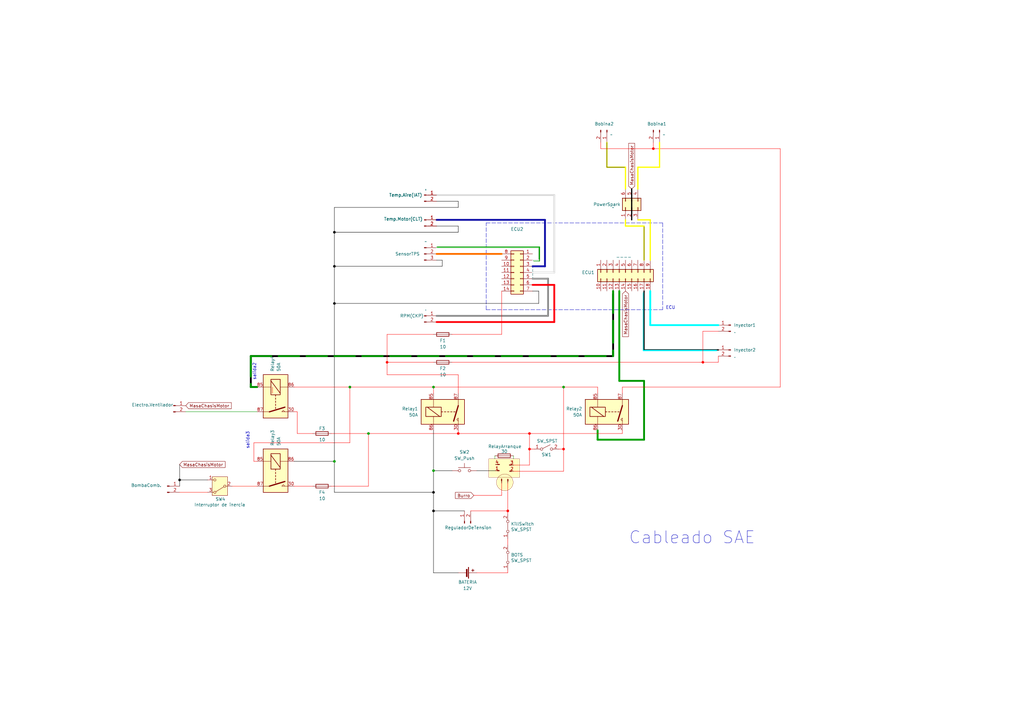
<source format=kicad_sch>
(kicad_sch
	(version 20250114)
	(generator "eeschema")
	(generator_version "9.0")
	(uuid "145183fd-3b0a-41c7-8428-da433e23e3fa")
	(paper "A3")
	(lib_symbols
		(symbol "Conn_01x02_Male_1"
			(pin_names
				(offset 1.016)
				(hide yes)
			)
			(exclude_from_sim no)
			(in_bom yes)
			(on_board yes)
			(property "Reference" ".1"
				(at 0.762 -0.254 0)
				(effects
					(font
						(size 1.27 1.27)
					)
					(hide yes)
				)
			)
			(property "Value" "."
				(at 0.635 2.54 0)
				(effects
					(font
						(size 1.27 1.27)
					)
					(hide yes)
				)
			)
			(property "Footprint" ""
				(at 0 0 0)
				(effects
					(font
						(size 1.27 1.27)
					)
					(hide yes)
				)
			)
			(property "Datasheet" "~"
				(at 0 0 0)
				(effects
					(font
						(size 1.27 1.27)
					)
					(hide yes)
				)
			)
			(property "Description" ""
				(at 0 0 0)
				(effects
					(font
						(size 1.27 1.27)
					)
				)
			)
			(property "ki_keywords" "connector"
				(at 0 0 0)
				(effects
					(font
						(size 1.27 1.27)
					)
					(hide yes)
				)
			)
			(property "ki_fp_filters" "Connector*:*_1x??_*"
				(at 0 0 0)
				(effects
					(font
						(size 1.27 1.27)
					)
					(hide yes)
				)
			)
			(symbol "Conn_01x02_Male_1_1_1"
				(rectangle
					(start 3.3782 0.127)
					(end 4.2418 -0.127)
					(stroke
						(width 0.1524)
						(type default)
					)
					(fill
						(type outline)
					)
				)
				(rectangle
					(start 3.4693 -2.4136)
					(end 4.3329 -2.6676)
					(stroke
						(width 0.1524)
						(type solid)
					)
					(fill
						(type outline)
					)
				)
				(pin passive line
					(at 5.08 0 180)
					(length 1.27)
					(name "Pin_1"
						(effects
							(font
								(size 1.27 1.27)
							)
						)
					)
					(number "4"
						(effects
							(font
								(size 1.27 1.27)
							)
						)
					)
				)
				(pin passive line
					(at 5.08 -2.54 180)
					(length 1.27)
					(name "Pin_2"
						(effects
							(font
								(size 1.27 1.27)
							)
						)
					)
					(number "1"
						(effects
							(font
								(size 1.27 1.27)
							)
						)
					)
				)
			)
			(embedded_fonts no)
		)
		(symbol "Conn_01x02_Male_2"
			(pin_names
				(offset 1.016)
				(hide yes)
			)
			(exclude_from_sim no)
			(in_bom yes)
			(on_board yes)
			(property "Reference" "."
				(at 0.762 -0.254 0)
				(effects
					(font
						(size 1.27 1.27)
					)
					(hide yes)
				)
			)
			(property "Value" "."
				(at 0.635 2.54 0)
				(effects
					(font
						(size 1.27 1.27)
					)
					(hide yes)
				)
			)
			(property "Footprint" ""
				(at 0 0 0)
				(effects
					(font
						(size 1.27 1.27)
					)
					(hide yes)
				)
			)
			(property "Datasheet" "~"
				(at 0 0 0)
				(effects
					(font
						(size 1.27 1.27)
					)
					(hide yes)
				)
			)
			(property "Description" ""
				(at 0 0 0)
				(effects
					(font
						(size 1.27 1.27)
					)
				)
			)
			(property "ki_keywords" "connector"
				(at 0 0 0)
				(effects
					(font
						(size 1.27 1.27)
					)
					(hide yes)
				)
			)
			(property "ki_fp_filters" "Connector*:*_1x??_*"
				(at 0 0 0)
				(effects
					(font
						(size 1.27 1.27)
					)
					(hide yes)
				)
			)
			(symbol "Conn_01x02_Male_2_1_1"
				(rectangle
					(start 3.3782 0.127)
					(end 4.2418 -0.127)
					(stroke
						(width 0.1524)
						(type default)
					)
					(fill
						(type outline)
					)
				)
				(rectangle
					(start 3.4693 -2.4136)
					(end 4.3329 -2.6676)
					(stroke
						(width 0.1524)
						(type solid)
					)
					(fill
						(type outline)
					)
				)
				(pin passive line
					(at 5.08 0 180)
					(length 1.27)
					(name "Pin_1"
						(effects
							(font
								(size 1.27 1.27)
							)
						)
					)
					(number "3"
						(effects
							(font
								(size 1.27 1.27)
							)
						)
					)
				)
				(pin passive line
					(at 5.08 -2.54 180)
					(length 1.27)
					(name "Pin_2"
						(effects
							(font
								(size 1.27 1.27)
							)
						)
					)
					(number "2"
						(effects
							(font
								(size 1.27 1.27)
							)
						)
					)
				)
			)
			(embedded_fonts no)
		)
		(symbol "Conn_01x02_Male_3"
			(pin_names
				(offset 1.016)
				(hide yes)
			)
			(exclude_from_sim no)
			(in_bom yes)
			(on_board yes)
			(property "Reference" ".2"
				(at 0.762 -0.254 0)
				(effects
					(font
						(size 1.27 1.27)
					)
					(hide yes)
				)
			)
			(property "Value" "."
				(at 0.635 2.54 0)
				(effects
					(font
						(size 1.27 1.27)
					)
					(hide yes)
				)
			)
			(property "Footprint" ""
				(at 0 0 0)
				(effects
					(font
						(size 1.27 1.27)
					)
					(hide yes)
				)
			)
			(property "Datasheet" "~"
				(at 0 0 0)
				(effects
					(font
						(size 1.27 1.27)
					)
					(hide yes)
				)
			)
			(property "Description" ""
				(at 0 0 0)
				(effects
					(font
						(size 1.27 1.27)
					)
				)
			)
			(property "ki_keywords" "connector"
				(at 0 0 0)
				(effects
					(font
						(size 1.27 1.27)
					)
					(hide yes)
				)
			)
			(property "ki_fp_filters" "Connector*:*_1x??_*"
				(at 0 0 0)
				(effects
					(font
						(size 1.27 1.27)
					)
					(hide yes)
				)
			)
			(symbol "Conn_01x02_Male_3_1_1"
				(rectangle
					(start 3.3782 0.127)
					(end 4.2418 -0.127)
					(stroke
						(width 0.1524)
						(type default)
					)
					(fill
						(type outline)
					)
				)
				(rectangle
					(start 3.4693 -2.4136)
					(end 4.3329 -2.6676)
					(stroke
						(width 0.1524)
						(type solid)
					)
					(fill
						(type outline)
					)
				)
				(pin passive line
					(at 5.08 0 180)
					(length 1.27)
					(name "Pin_1"
						(effects
							(font
								(size 1.27 1.27)
							)
						)
					)
					(number ""
						(effects
							(font
								(size 1.27 1.27)
							)
						)
					)
				)
				(pin passive line
					(at 5.08 -2.54 180)
					(length 1.27)
					(name "Pin_2"
						(effects
							(font
								(size 1.27 1.27)
							)
						)
					)
					(number ""
						(effects
							(font
								(size 1.27 1.27)
							)
						)
					)
				)
			)
			(embedded_fonts no)
		)
		(symbol "Connector:Conn_01x02_Male"
			(pin_names
				(offset 1.016)
				(hide yes)
			)
			(exclude_from_sim no)
			(in_bom yes)
			(on_board yes)
			(property "Reference" "J"
				(at 0 2.54 0)
				(effects
					(font
						(size 1.27 1.27)
					)
				)
			)
			(property "Value" "Conn_01x02_Male"
				(at 0 -5.08 0)
				(effects
					(font
						(size 1.27 1.27)
					)
				)
			)
			(property "Footprint" ""
				(at 0 0 0)
				(effects
					(font
						(size 1.27 1.27)
					)
					(hide yes)
				)
			)
			(property "Datasheet" "~"
				(at 0 0 0)
				(effects
					(font
						(size 1.27 1.27)
					)
					(hide yes)
				)
			)
			(property "Description" "Generic connector, single row, 01x02, script generated (kicad-library-utils/schlib/autogen/connector/)"
				(at 0 0 0)
				(effects
					(font
						(size 1.27 1.27)
					)
					(hide yes)
				)
			)
			(property "ki_keywords" "connector"
				(at 0 0 0)
				(effects
					(font
						(size 1.27 1.27)
					)
					(hide yes)
				)
			)
			(property "ki_fp_filters" "Connector*:*_1x??_*"
				(at 0 0 0)
				(effects
					(font
						(size 1.27 1.27)
					)
					(hide yes)
				)
			)
			(symbol "Conn_01x02_Male_1_1"
				(rectangle
					(start 0.8636 0.127)
					(end 0 -0.127)
					(stroke
						(width 0.1524)
						(type default)
					)
					(fill
						(type outline)
					)
				)
				(rectangle
					(start 0.8636 -2.413)
					(end 0 -2.667)
					(stroke
						(width 0.1524)
						(type default)
					)
					(fill
						(type outline)
					)
				)
				(polyline
					(pts
						(xy 1.27 0) (xy 0.8636 0)
					)
					(stroke
						(width 0.1524)
						(type default)
					)
					(fill
						(type none)
					)
				)
				(polyline
					(pts
						(xy 1.27 -2.54) (xy 0.8636 -2.54)
					)
					(stroke
						(width 0.1524)
						(type default)
					)
					(fill
						(type none)
					)
				)
				(pin passive line
					(at 5.08 0 180)
					(length 3.81)
					(name "Pin_1"
						(effects
							(font
								(size 1.27 1.27)
							)
						)
					)
					(number "1"
						(effects
							(font
								(size 1.27 1.27)
							)
						)
					)
				)
				(pin passive line
					(at 5.08 -2.54 180)
					(length 3.81)
					(name "Pin_2"
						(effects
							(font
								(size 1.27 1.27)
							)
						)
					)
					(number "2"
						(effects
							(font
								(size 1.27 1.27)
							)
						)
					)
				)
			)
			(embedded_fonts no)
		)
		(symbol "Connector:Conn_01x03_Male"
			(pin_names
				(offset 1.016)
				(hide yes)
			)
			(exclude_from_sim no)
			(in_bom yes)
			(on_board yes)
			(property "Reference" "J"
				(at 0 5.08 0)
				(effects
					(font
						(size 1.27 1.27)
					)
				)
			)
			(property "Value" "Conn_01x03_Male"
				(at 0 -5.08 0)
				(effects
					(font
						(size 1.27 1.27)
					)
				)
			)
			(property "Footprint" ""
				(at 0 0 0)
				(effects
					(font
						(size 1.27 1.27)
					)
					(hide yes)
				)
			)
			(property "Datasheet" "~"
				(at 0 0 0)
				(effects
					(font
						(size 1.27 1.27)
					)
					(hide yes)
				)
			)
			(property "Description" "Generic connector, single row, 01x03, script generated (kicad-library-utils/schlib/autogen/connector/)"
				(at 0 0 0)
				(effects
					(font
						(size 1.27 1.27)
					)
					(hide yes)
				)
			)
			(property "ki_keywords" "connector"
				(at 0 0 0)
				(effects
					(font
						(size 1.27 1.27)
					)
					(hide yes)
				)
			)
			(property "ki_fp_filters" "Connector*:*_1x??_*"
				(at 0 0 0)
				(effects
					(font
						(size 1.27 1.27)
					)
					(hide yes)
				)
			)
			(symbol "Conn_01x03_Male_1_1"
				(rectangle
					(start 0.8636 2.667)
					(end 0 2.413)
					(stroke
						(width 0.1524)
						(type default)
					)
					(fill
						(type outline)
					)
				)
				(rectangle
					(start 0.8636 0.127)
					(end 0 -0.127)
					(stroke
						(width 0.1524)
						(type default)
					)
					(fill
						(type outline)
					)
				)
				(rectangle
					(start 0.8636 -2.413)
					(end 0 -2.667)
					(stroke
						(width 0.1524)
						(type default)
					)
					(fill
						(type outline)
					)
				)
				(polyline
					(pts
						(xy 1.27 2.54) (xy 0.8636 2.54)
					)
					(stroke
						(width 0.1524)
						(type default)
					)
					(fill
						(type none)
					)
				)
				(polyline
					(pts
						(xy 1.27 0) (xy 0.8636 0)
					)
					(stroke
						(width 0.1524)
						(type default)
					)
					(fill
						(type none)
					)
				)
				(polyline
					(pts
						(xy 1.27 -2.54) (xy 0.8636 -2.54)
					)
					(stroke
						(width 0.1524)
						(type default)
					)
					(fill
						(type none)
					)
				)
				(pin passive line
					(at 5.08 2.54 180)
					(length 3.81)
					(name "Pin_1"
						(effects
							(font
								(size 1.27 1.27)
							)
						)
					)
					(number "1"
						(effects
							(font
								(size 1.27 1.27)
							)
						)
					)
				)
				(pin passive line
					(at 5.08 0 180)
					(length 3.81)
					(name "Pin_2"
						(effects
							(font
								(size 1.27 1.27)
							)
						)
					)
					(number "2"
						(effects
							(font
								(size 1.27 1.27)
							)
						)
					)
				)
				(pin passive line
					(at 5.08 -2.54 180)
					(length 3.81)
					(name "Pin_3"
						(effects
							(font
								(size 1.27 1.27)
							)
						)
					)
					(number "3"
						(effects
							(font
								(size 1.27 1.27)
							)
						)
					)
				)
			)
			(embedded_fonts no)
		)
		(symbol "Connector_Generic:Conn_02x03_Counter_Clockwise"
			(pin_names
				(offset 1.016)
				(hide yes)
			)
			(exclude_from_sim no)
			(in_bom yes)
			(on_board yes)
			(property "Reference" "J"
				(at 1.27 5.08 0)
				(effects
					(font
						(size 1.27 1.27)
					)
				)
			)
			(property "Value" "Conn_02x03_Counter_Clockwise"
				(at 1.27 -5.08 0)
				(effects
					(font
						(size 1.27 1.27)
					)
				)
			)
			(property "Footprint" ""
				(at 0 0 0)
				(effects
					(font
						(size 1.27 1.27)
					)
					(hide yes)
				)
			)
			(property "Datasheet" "~"
				(at 0 0 0)
				(effects
					(font
						(size 1.27 1.27)
					)
					(hide yes)
				)
			)
			(property "Description" "Generic connector, double row, 02x03, counter clockwise pin numbering scheme (similar to DIP package numbering), script generated (kicad-library-utils/schlib/autogen/connector/)"
				(at 0 0 0)
				(effects
					(font
						(size 1.27 1.27)
					)
					(hide yes)
				)
			)
			(property "ki_keywords" "connector"
				(at 0 0 0)
				(effects
					(font
						(size 1.27 1.27)
					)
					(hide yes)
				)
			)
			(property "ki_fp_filters" "Connector*:*_2x??_*"
				(at 0 0 0)
				(effects
					(font
						(size 1.27 1.27)
					)
					(hide yes)
				)
			)
			(symbol "Conn_02x03_Counter_Clockwise_1_1"
				(rectangle
					(start -1.27 3.81)
					(end 3.81 -3.81)
					(stroke
						(width 0.254)
						(type default)
					)
					(fill
						(type background)
					)
				)
				(rectangle
					(start -1.27 2.667)
					(end 0 2.413)
					(stroke
						(width 0.1524)
						(type default)
					)
					(fill
						(type none)
					)
				)
				(rectangle
					(start -1.27 0.127)
					(end 0 -0.127)
					(stroke
						(width 0.1524)
						(type default)
					)
					(fill
						(type none)
					)
				)
				(rectangle
					(start -1.27 -2.413)
					(end 0 -2.667)
					(stroke
						(width 0.1524)
						(type default)
					)
					(fill
						(type none)
					)
				)
				(rectangle
					(start 3.81 2.667)
					(end 2.54 2.413)
					(stroke
						(width 0.1524)
						(type default)
					)
					(fill
						(type none)
					)
				)
				(rectangle
					(start 3.81 0.127)
					(end 2.54 -0.127)
					(stroke
						(width 0.1524)
						(type default)
					)
					(fill
						(type none)
					)
				)
				(rectangle
					(start 3.81 -2.413)
					(end 2.54 -2.667)
					(stroke
						(width 0.1524)
						(type default)
					)
					(fill
						(type none)
					)
				)
				(pin passive line
					(at -5.08 2.54 0)
					(length 3.81)
					(name "Pin_1"
						(effects
							(font
								(size 1.27 1.27)
							)
						)
					)
					(number "1"
						(effects
							(font
								(size 1.27 1.27)
							)
						)
					)
				)
				(pin passive line
					(at -5.08 0 0)
					(length 3.81)
					(name "Pin_2"
						(effects
							(font
								(size 1.27 1.27)
							)
						)
					)
					(number "2"
						(effects
							(font
								(size 1.27 1.27)
							)
						)
					)
				)
				(pin passive line
					(at -5.08 -2.54 0)
					(length 3.81)
					(name "Pin_3"
						(effects
							(font
								(size 1.27 1.27)
							)
						)
					)
					(number "3"
						(effects
							(font
								(size 1.27 1.27)
							)
						)
					)
				)
				(pin passive line
					(at 7.62 2.54 180)
					(length 3.81)
					(name "Pin_6"
						(effects
							(font
								(size 1.27 1.27)
							)
						)
					)
					(number "6"
						(effects
							(font
								(size 1.27 1.27)
							)
						)
					)
				)
				(pin passive line
					(at 7.62 0 180)
					(length 3.81)
					(name "Pin_5"
						(effects
							(font
								(size 1.27 1.27)
							)
						)
					)
					(number "5"
						(effects
							(font
								(size 1.27 1.27)
							)
						)
					)
				)
				(pin passive line
					(at 7.62 -2.54 180)
					(length 3.81)
					(name "Pin_4"
						(effects
							(font
								(size 1.27 1.27)
							)
						)
					)
					(number "4"
						(effects
							(font
								(size 1.27 1.27)
							)
						)
					)
				)
			)
			(embedded_fonts no)
		)
		(symbol "Connector_Generic:Conn_02x07_Top_Bottom"
			(pin_names
				(offset 1.016)
				(hide yes)
			)
			(exclude_from_sim no)
			(in_bom yes)
			(on_board yes)
			(property "Reference" "J"
				(at 1.27 10.16 0)
				(effects
					(font
						(size 1.27 1.27)
					)
				)
			)
			(property "Value" "Conn_02x07_Top_Bottom"
				(at 1.27 -10.16 0)
				(effects
					(font
						(size 1.27 1.27)
					)
				)
			)
			(property "Footprint" ""
				(at 0 0 0)
				(effects
					(font
						(size 1.27 1.27)
					)
					(hide yes)
				)
			)
			(property "Datasheet" "~"
				(at 0 0 0)
				(effects
					(font
						(size 1.27 1.27)
					)
					(hide yes)
				)
			)
			(property "Description" "Generic connector, double row, 02x07, top/bottom pin numbering scheme (row 1: 1...pins_per_row, row2: pins_per_row+1 ... num_pins), script generated (kicad-library-utils/schlib/autogen/connector/)"
				(at 0 0 0)
				(effects
					(font
						(size 1.27 1.27)
					)
					(hide yes)
				)
			)
			(property "ki_keywords" "connector"
				(at 0 0 0)
				(effects
					(font
						(size 1.27 1.27)
					)
					(hide yes)
				)
			)
			(property "ki_fp_filters" "Connector*:*_2x??_*"
				(at 0 0 0)
				(effects
					(font
						(size 1.27 1.27)
					)
					(hide yes)
				)
			)
			(symbol "Conn_02x07_Top_Bottom_1_1"
				(rectangle
					(start -1.27 8.89)
					(end 3.81 -8.89)
					(stroke
						(width 0.254)
						(type default)
					)
					(fill
						(type background)
					)
				)
				(rectangle
					(start -1.27 7.747)
					(end 0 7.493)
					(stroke
						(width 0.1524)
						(type default)
					)
					(fill
						(type none)
					)
				)
				(rectangle
					(start -1.27 5.207)
					(end 0 4.953)
					(stroke
						(width 0.1524)
						(type default)
					)
					(fill
						(type none)
					)
				)
				(rectangle
					(start -1.27 2.667)
					(end 0 2.413)
					(stroke
						(width 0.1524)
						(type default)
					)
					(fill
						(type none)
					)
				)
				(rectangle
					(start -1.27 0.127)
					(end 0 -0.127)
					(stroke
						(width 0.1524)
						(type default)
					)
					(fill
						(type none)
					)
				)
				(rectangle
					(start -1.27 -2.413)
					(end 0 -2.667)
					(stroke
						(width 0.1524)
						(type default)
					)
					(fill
						(type none)
					)
				)
				(rectangle
					(start -1.27 -4.953)
					(end 0 -5.207)
					(stroke
						(width 0.1524)
						(type default)
					)
					(fill
						(type none)
					)
				)
				(rectangle
					(start -1.27 -7.493)
					(end 0 -7.747)
					(stroke
						(width 0.1524)
						(type default)
					)
					(fill
						(type none)
					)
				)
				(rectangle
					(start 3.81 7.747)
					(end 2.54 7.493)
					(stroke
						(width 0.1524)
						(type default)
					)
					(fill
						(type none)
					)
				)
				(rectangle
					(start 3.81 5.207)
					(end 2.54 4.953)
					(stroke
						(width 0.1524)
						(type default)
					)
					(fill
						(type none)
					)
				)
				(rectangle
					(start 3.81 2.667)
					(end 2.54 2.413)
					(stroke
						(width 0.1524)
						(type default)
					)
					(fill
						(type none)
					)
				)
				(rectangle
					(start 3.81 0.127)
					(end 2.54 -0.127)
					(stroke
						(width 0.1524)
						(type default)
					)
					(fill
						(type none)
					)
				)
				(rectangle
					(start 3.81 -2.413)
					(end 2.54 -2.667)
					(stroke
						(width 0.1524)
						(type default)
					)
					(fill
						(type none)
					)
				)
				(rectangle
					(start 3.81 -4.953)
					(end 2.54 -5.207)
					(stroke
						(width 0.1524)
						(type default)
					)
					(fill
						(type none)
					)
				)
				(rectangle
					(start 3.81 -7.493)
					(end 2.54 -7.747)
					(stroke
						(width 0.1524)
						(type default)
					)
					(fill
						(type none)
					)
				)
				(pin passive line
					(at -5.08 7.62 0)
					(length 3.81)
					(name "Pin_1"
						(effects
							(font
								(size 1.27 1.27)
							)
						)
					)
					(number "1"
						(effects
							(font
								(size 1.27 1.27)
							)
						)
					)
				)
				(pin passive line
					(at -5.08 5.08 0)
					(length 3.81)
					(name "Pin_2"
						(effects
							(font
								(size 1.27 1.27)
							)
						)
					)
					(number "2"
						(effects
							(font
								(size 1.27 1.27)
							)
						)
					)
				)
				(pin passive line
					(at -5.08 2.54 0)
					(length 3.81)
					(name "Pin_3"
						(effects
							(font
								(size 1.27 1.27)
							)
						)
					)
					(number "3"
						(effects
							(font
								(size 1.27 1.27)
							)
						)
					)
				)
				(pin passive line
					(at -5.08 0 0)
					(length 3.81)
					(name "Pin_4"
						(effects
							(font
								(size 1.27 1.27)
							)
						)
					)
					(number "4"
						(effects
							(font
								(size 1.27 1.27)
							)
						)
					)
				)
				(pin passive line
					(at -5.08 -2.54 0)
					(length 3.81)
					(name "Pin_5"
						(effects
							(font
								(size 1.27 1.27)
							)
						)
					)
					(number "5"
						(effects
							(font
								(size 1.27 1.27)
							)
						)
					)
				)
				(pin passive line
					(at -5.08 -5.08 0)
					(length 3.81)
					(name "Pin_6"
						(effects
							(font
								(size 1.27 1.27)
							)
						)
					)
					(number "6"
						(effects
							(font
								(size 1.27 1.27)
							)
						)
					)
				)
				(pin passive line
					(at -5.08 -7.62 0)
					(length 3.81)
					(name "Pin_7"
						(effects
							(font
								(size 1.27 1.27)
							)
						)
					)
					(number "7"
						(effects
							(font
								(size 1.27 1.27)
							)
						)
					)
				)
				(pin passive line
					(at 7.62 7.62 180)
					(length 3.81)
					(name "Pin_8"
						(effects
							(font
								(size 1.27 1.27)
							)
						)
					)
					(number "8"
						(effects
							(font
								(size 1.27 1.27)
							)
						)
					)
				)
				(pin passive line
					(at 7.62 5.08 180)
					(length 3.81)
					(name "Pin_9"
						(effects
							(font
								(size 1.27 1.27)
							)
						)
					)
					(number "9"
						(effects
							(font
								(size 1.27 1.27)
							)
						)
					)
				)
				(pin passive line
					(at 7.62 2.54 180)
					(length 3.81)
					(name "Pin_10"
						(effects
							(font
								(size 1.27 1.27)
							)
						)
					)
					(number "10"
						(effects
							(font
								(size 1.27 1.27)
							)
						)
					)
				)
				(pin passive line
					(at 7.62 0 180)
					(length 3.81)
					(name "Pin_11"
						(effects
							(font
								(size 1.27 1.27)
							)
						)
					)
					(number "11"
						(effects
							(font
								(size 1.27 1.27)
							)
						)
					)
				)
				(pin passive line
					(at 7.62 -2.54 180)
					(length 3.81)
					(name "Pin_12"
						(effects
							(font
								(size 1.27 1.27)
							)
						)
					)
					(number "12"
						(effects
							(font
								(size 1.27 1.27)
							)
						)
					)
				)
				(pin passive line
					(at 7.62 -5.08 180)
					(length 3.81)
					(name "Pin_13"
						(effects
							(font
								(size 1.27 1.27)
							)
						)
					)
					(number "13"
						(effects
							(font
								(size 1.27 1.27)
							)
						)
					)
				)
				(pin passive line
					(at 7.62 -7.62 180)
					(length 3.81)
					(name "Pin_14"
						(effects
							(font
								(size 1.27 1.27)
							)
						)
					)
					(number "14"
						(effects
							(font
								(size 1.27 1.27)
							)
						)
					)
				)
			)
			(embedded_fonts no)
		)
		(symbol "Connector_Generic:Conn_02x09_Top_Bottom"
			(pin_names
				(offset 1.016)
				(hide yes)
			)
			(exclude_from_sim no)
			(in_bom yes)
			(on_board yes)
			(property "Reference" "J"
				(at 1.27 12.7 0)
				(effects
					(font
						(size 1.27 1.27)
					)
				)
			)
			(property "Value" "Conn_02x09_Top_Bottom"
				(at 1.27 -12.7 0)
				(effects
					(font
						(size 1.27 1.27)
					)
				)
			)
			(property "Footprint" ""
				(at 0 0 0)
				(effects
					(font
						(size 1.27 1.27)
					)
					(hide yes)
				)
			)
			(property "Datasheet" "~"
				(at 0 0 0)
				(effects
					(font
						(size 1.27 1.27)
					)
					(hide yes)
				)
			)
			(property "Description" "Generic connector, double row, 02x09, top/bottom pin numbering scheme (row 1: 1...pins_per_row, row2: pins_per_row+1 ... num_pins), script generated (kicad-library-utils/schlib/autogen/connector/)"
				(at 0 0 0)
				(effects
					(font
						(size 1.27 1.27)
					)
					(hide yes)
				)
			)
			(property "ki_keywords" "connector"
				(at 0 0 0)
				(effects
					(font
						(size 1.27 1.27)
					)
					(hide yes)
				)
			)
			(property "ki_fp_filters" "Connector*:*_2x??_*"
				(at 0 0 0)
				(effects
					(font
						(size 1.27 1.27)
					)
					(hide yes)
				)
			)
			(symbol "Conn_02x09_Top_Bottom_1_1"
				(rectangle
					(start -1.27 11.43)
					(end 3.81 -11.43)
					(stroke
						(width 0.254)
						(type default)
					)
					(fill
						(type background)
					)
				)
				(rectangle
					(start -1.27 10.287)
					(end 0 10.033)
					(stroke
						(width 0.1524)
						(type default)
					)
					(fill
						(type none)
					)
				)
				(rectangle
					(start -1.27 7.747)
					(end 0 7.493)
					(stroke
						(width 0.1524)
						(type default)
					)
					(fill
						(type none)
					)
				)
				(rectangle
					(start -1.27 5.207)
					(end 0 4.953)
					(stroke
						(width 0.1524)
						(type default)
					)
					(fill
						(type none)
					)
				)
				(rectangle
					(start -1.27 2.667)
					(end 0 2.413)
					(stroke
						(width 0.1524)
						(type default)
					)
					(fill
						(type none)
					)
				)
				(rectangle
					(start -1.27 0.127)
					(end 0 -0.127)
					(stroke
						(width 0.1524)
						(type default)
					)
					(fill
						(type none)
					)
				)
				(rectangle
					(start -1.27 -2.413)
					(end 0 -2.667)
					(stroke
						(width 0.1524)
						(type default)
					)
					(fill
						(type none)
					)
				)
				(rectangle
					(start -1.27 -4.953)
					(end 0 -5.207)
					(stroke
						(width 0.1524)
						(type default)
					)
					(fill
						(type none)
					)
				)
				(rectangle
					(start -1.27 -7.493)
					(end 0 -7.747)
					(stroke
						(width 0.1524)
						(type default)
					)
					(fill
						(type none)
					)
				)
				(rectangle
					(start -1.27 -10.033)
					(end 0 -10.287)
					(stroke
						(width 0.1524)
						(type default)
					)
					(fill
						(type none)
					)
				)
				(rectangle
					(start 3.81 10.287)
					(end 2.54 10.033)
					(stroke
						(width 0.1524)
						(type default)
					)
					(fill
						(type none)
					)
				)
				(rectangle
					(start 3.81 7.747)
					(end 2.54 7.493)
					(stroke
						(width 0.1524)
						(type default)
					)
					(fill
						(type none)
					)
				)
				(rectangle
					(start 3.81 5.207)
					(end 2.54 4.953)
					(stroke
						(width 0.1524)
						(type default)
					)
					(fill
						(type none)
					)
				)
				(rectangle
					(start 3.81 2.667)
					(end 2.54 2.413)
					(stroke
						(width 0.1524)
						(type default)
					)
					(fill
						(type none)
					)
				)
				(rectangle
					(start 3.81 0.127)
					(end 2.54 -0.127)
					(stroke
						(width 0.1524)
						(type default)
					)
					(fill
						(type none)
					)
				)
				(rectangle
					(start 3.81 -2.413)
					(end 2.54 -2.667)
					(stroke
						(width 0.1524)
						(type default)
					)
					(fill
						(type none)
					)
				)
				(rectangle
					(start 3.81 -4.953)
					(end 2.54 -5.207)
					(stroke
						(width 0.1524)
						(type default)
					)
					(fill
						(type none)
					)
				)
				(rectangle
					(start 3.81 -7.493)
					(end 2.54 -7.747)
					(stroke
						(width 0.1524)
						(type default)
					)
					(fill
						(type none)
					)
				)
				(rectangle
					(start 3.81 -10.033)
					(end 2.54 -10.287)
					(stroke
						(width 0.1524)
						(type default)
					)
					(fill
						(type none)
					)
				)
				(pin passive line
					(at -5.08 10.16 0)
					(length 3.81)
					(name "Pin_1"
						(effects
							(font
								(size 1.27 1.27)
							)
						)
					)
					(number "1"
						(effects
							(font
								(size 1.27 1.27)
							)
						)
					)
				)
				(pin passive line
					(at -5.08 7.62 0)
					(length 3.81)
					(name "Pin_2"
						(effects
							(font
								(size 1.27 1.27)
							)
						)
					)
					(number "2"
						(effects
							(font
								(size 1.27 1.27)
							)
						)
					)
				)
				(pin passive line
					(at -5.08 5.08 0)
					(length 3.81)
					(name "Pin_3"
						(effects
							(font
								(size 1.27 1.27)
							)
						)
					)
					(number "3"
						(effects
							(font
								(size 1.27 1.27)
							)
						)
					)
				)
				(pin passive line
					(at -5.08 2.54 0)
					(length 3.81)
					(name "Pin_4"
						(effects
							(font
								(size 1.27 1.27)
							)
						)
					)
					(number "4"
						(effects
							(font
								(size 1.27 1.27)
							)
						)
					)
				)
				(pin passive line
					(at -5.08 0 0)
					(length 3.81)
					(name "Pin_5"
						(effects
							(font
								(size 1.27 1.27)
							)
						)
					)
					(number "5"
						(effects
							(font
								(size 1.27 1.27)
							)
						)
					)
				)
				(pin passive line
					(at -5.08 -2.54 0)
					(length 3.81)
					(name "Pin_6"
						(effects
							(font
								(size 1.27 1.27)
							)
						)
					)
					(number "6"
						(effects
							(font
								(size 1.27 1.27)
							)
						)
					)
				)
				(pin passive line
					(at -5.08 -5.08 0)
					(length 3.81)
					(name "Pin_7"
						(effects
							(font
								(size 1.27 1.27)
							)
						)
					)
					(number "7"
						(effects
							(font
								(size 1.27 1.27)
							)
						)
					)
				)
				(pin passive line
					(at -5.08 -7.62 0)
					(length 3.81)
					(name "Pin_8"
						(effects
							(font
								(size 1.27 1.27)
							)
						)
					)
					(number "8"
						(effects
							(font
								(size 1.27 1.27)
							)
						)
					)
				)
				(pin passive line
					(at -5.08 -10.16 0)
					(length 3.81)
					(name "Pin_9"
						(effects
							(font
								(size 1.27 1.27)
							)
						)
					)
					(number "9"
						(effects
							(font
								(size 1.27 1.27)
							)
						)
					)
				)
				(pin passive line
					(at 7.62 10.16 180)
					(length 3.81)
					(name "Pin_10"
						(effects
							(font
								(size 1.27 1.27)
							)
						)
					)
					(number "10"
						(effects
							(font
								(size 1.27 1.27)
							)
						)
					)
				)
				(pin passive line
					(at 7.62 7.62 180)
					(length 3.81)
					(name "Pin_11"
						(effects
							(font
								(size 1.27 1.27)
							)
						)
					)
					(number "11"
						(effects
							(font
								(size 1.27 1.27)
							)
						)
					)
				)
				(pin passive line
					(at 7.62 5.08 180)
					(length 3.81)
					(name "Pin_12"
						(effects
							(font
								(size 1.27 1.27)
							)
						)
					)
					(number "12"
						(effects
							(font
								(size 1.27 1.27)
							)
						)
					)
				)
				(pin passive line
					(at 7.62 2.54 180)
					(length 3.81)
					(name "Pin_13"
						(effects
							(font
								(size 1.27 1.27)
							)
						)
					)
					(number "13"
						(effects
							(font
								(size 1.27 1.27)
							)
						)
					)
				)
				(pin passive line
					(at 7.62 0 180)
					(length 3.81)
					(name "Pin_14"
						(effects
							(font
								(size 1.27 1.27)
							)
						)
					)
					(number "14"
						(effects
							(font
								(size 1.27 1.27)
							)
						)
					)
				)
				(pin passive line
					(at 7.62 -2.54 180)
					(length 3.81)
					(name "Pin_15"
						(effects
							(font
								(size 1.27 1.27)
							)
						)
					)
					(number "15"
						(effects
							(font
								(size 1.27 1.27)
							)
						)
					)
				)
				(pin passive line
					(at 7.62 -5.08 180)
					(length 3.81)
					(name "Pin_16"
						(effects
							(font
								(size 1.27 1.27)
							)
						)
					)
					(number "16"
						(effects
							(font
								(size 1.27 1.27)
							)
						)
					)
				)
				(pin passive line
					(at 7.62 -7.62 180)
					(length 3.81)
					(name "Pin_17"
						(effects
							(font
								(size 1.27 1.27)
							)
						)
					)
					(number "17"
						(effects
							(font
								(size 1.27 1.27)
							)
						)
					)
				)
				(pin passive line
					(at 7.62 -10.16 180)
					(length 3.81)
					(name "Pin_18"
						(effects
							(font
								(size 1.27 1.27)
							)
						)
					)
					(number "18"
						(effects
							(font
								(size 1.27 1.27)
							)
						)
					)
				)
			)
			(embedded_fonts no)
		)
		(symbol "DIPxx-1Axx-13x_1"
			(exclude_from_sim no)
			(in_bom yes)
			(on_board yes)
			(property "Reference" "Relay1"
				(at -11.43 -1.2701 0)
				(effects
					(font
						(size 1.27 1.27)
					)
					(justify right)
				)
			)
			(property "Value" "50A"
				(at -11.43 1.2699 0)
				(effects
					(font
						(size 1.27 1.27)
					)
					(justify right)
				)
			)
			(property "Footprint" "Relay_THT:Relay_StandexMeder_DIP_LowProfile"
				(at 8.89 -1.27 0)
				(effects
					(font
						(size 1.27 1.27)
					)
					(justify left)
					(hide yes)
				)
			)
			(property "Datasheet" "https://standexelectronics.com/wp-content/uploads/datasheet_reed_relay_DIP.pdf"
				(at 0 0 0)
				(effects
					(font
						(size 1.27 1.27)
					)
					(hide yes)
				)
			)
			(property "Description" ""
				(at 0 0 0)
				(effects
					(font
						(size 1.27 1.27)
					)
				)
			)
			(property "ki_keywords" "Single Pole Reed Relay SPST"
				(at 0 0 0)
				(effects
					(font
						(size 1.27 1.27)
					)
					(hide yes)
				)
			)
			(property "ki_fp_filters" "Relay*StandexMeder*DIP*LowProfile*"
				(at 0 0 0)
				(effects
					(font
						(size 1.27 1.27)
					)
					(hide yes)
				)
			)
			(symbol "DIPxx-1Axx-13x_1_0_0"
				(polyline
					(pts
						(xy 5.08 5.08) (xy 5.08 2.54) (xy 4.445 3.175) (xy 5.08 3.81)
					)
					(stroke
						(width 0)
						(type default)
					)
					(fill
						(type none)
					)
				)
			)
			(symbol "DIPxx-1Axx-13x_1_0_1"
				(rectangle
					(start -10.16 5.08)
					(end 7.62 -5.08)
					(stroke
						(width 0.254)
						(type default)
					)
					(fill
						(type background)
					)
				)
				(rectangle
					(start -8.255 1.905)
					(end -1.905 -1.905)
					(stroke
						(width 0.254)
						(type default)
					)
					(fill
						(type none)
					)
				)
				(polyline
					(pts
						(xy -7.62 -1.905) (xy -2.54 1.905)
					)
					(stroke
						(width 0.254)
						(type default)
					)
					(fill
						(type none)
					)
				)
				(polyline
					(pts
						(xy -5.08 5.08) (xy -5.08 1.905)
					)
					(stroke
						(width 0)
						(type default)
					)
					(fill
						(type none)
					)
				)
				(polyline
					(pts
						(xy -5.08 -5.08) (xy -5.08 -1.905)
					)
					(stroke
						(width 0)
						(type default)
					)
					(fill
						(type none)
					)
				)
				(polyline
					(pts
						(xy -1.905 0) (xy -1.27 0)
					)
					(stroke
						(width 0.254)
						(type default)
					)
					(fill
						(type none)
					)
				)
				(polyline
					(pts
						(xy -0.635 0) (xy 0 0)
					)
					(stroke
						(width 0.254)
						(type default)
					)
					(fill
						(type none)
					)
				)
				(polyline
					(pts
						(xy 0.635 0) (xy 1.27 0)
					)
					(stroke
						(width 0.254)
						(type default)
					)
					(fill
						(type none)
					)
				)
				(polyline
					(pts
						(xy 1.905 0) (xy 2.54 0)
					)
					(stroke
						(width 0.254)
						(type default)
					)
					(fill
						(type none)
					)
				)
				(polyline
					(pts
						(xy 3.175 0) (xy 3.81 0)
					)
					(stroke
						(width 0.254)
						(type default)
					)
					(fill
						(type none)
					)
				)
				(polyline
					(pts
						(xy 5.08 -2.54) (xy 3.175 3.81)
					)
					(stroke
						(width 0.508)
						(type default)
					)
					(fill
						(type none)
					)
				)
				(polyline
					(pts
						(xy 5.08 -2.54) (xy 5.08 -5.08)
					)
					(stroke
						(width 0)
						(type default)
					)
					(fill
						(type none)
					)
				)
			)
			(symbol "DIPxx-1Axx-13x_1_1_1"
				(pin passive line
					(at -5.08 7.62 270)
					(length 2.54)
					(name "~"
						(effects
							(font
								(size 1.27 1.27)
							)
						)
					)
					(number "86"
						(effects
							(font
								(size 1.27 1.27)
							)
						)
					)
				)
				(pin passive line
					(at -5.08 -7.62 90)
					(length 2.54)
					(name "~"
						(effects
							(font
								(size 1.27 1.27)
							)
						)
					)
					(number "85"
						(effects
							(font
								(size 1.27 1.27)
							)
						)
					)
				)
				(pin passive line
					(at 5.08 7.62 270)
					(length 2.54)
					(name "~"
						(effects
							(font
								(size 1.27 1.27)
							)
						)
					)
					(number "30"
						(effects
							(font
								(size 1.27 1.27)
							)
						)
					)
				)
				(pin passive line
					(at 5.08 -7.62 90)
					(length 2.54)
					(name "~"
						(effects
							(font
								(size 1.27 1.27)
							)
						)
					)
					(number "87"
						(effects
							(font
								(size 1.27 1.27)
							)
						)
					)
				)
			)
			(embedded_fonts no)
		)
		(symbol "Device:Battery_Cell"
			(pin_numbers
				(hide yes)
			)
			(pin_names
				(offset 0)
				(hide yes)
			)
			(exclude_from_sim no)
			(in_bom yes)
			(on_board yes)
			(property "Reference" "BT"
				(at 2.54 2.54 0)
				(effects
					(font
						(size 1.27 1.27)
					)
					(justify left)
				)
			)
			(property "Value" "Battery_Cell"
				(at 2.54 0 0)
				(effects
					(font
						(size 1.27 1.27)
					)
					(justify left)
				)
			)
			(property "Footprint" ""
				(at 0 1.524 90)
				(effects
					(font
						(size 1.27 1.27)
					)
					(hide yes)
				)
			)
			(property "Datasheet" "~"
				(at 0 1.524 90)
				(effects
					(font
						(size 1.27 1.27)
					)
					(hide yes)
				)
			)
			(property "Description" "Single-cell battery"
				(at 0 0 0)
				(effects
					(font
						(size 1.27 1.27)
					)
					(hide yes)
				)
			)
			(property "ki_keywords" "battery cell"
				(at 0 0 0)
				(effects
					(font
						(size 1.27 1.27)
					)
					(hide yes)
				)
			)
			(symbol "Battery_Cell_0_1"
				(rectangle
					(start -2.286 1.778)
					(end 2.286 1.524)
					(stroke
						(width 0)
						(type default)
					)
					(fill
						(type outline)
					)
				)
				(rectangle
					(start -1.5748 1.1938)
					(end 1.4732 0.6858)
					(stroke
						(width 0)
						(type default)
					)
					(fill
						(type outline)
					)
				)
				(polyline
					(pts
						(xy 0 1.778) (xy 0 2.54)
					)
					(stroke
						(width 0)
						(type default)
					)
					(fill
						(type none)
					)
				)
				(polyline
					(pts
						(xy 0 0.762) (xy 0 0)
					)
					(stroke
						(width 0)
						(type default)
					)
					(fill
						(type none)
					)
				)
				(polyline
					(pts
						(xy 0.508 3.429) (xy 1.524 3.429)
					)
					(stroke
						(width 0.254)
						(type default)
					)
					(fill
						(type none)
					)
				)
				(polyline
					(pts
						(xy 1.016 3.937) (xy 1.016 2.921)
					)
					(stroke
						(width 0.254)
						(type default)
					)
					(fill
						(type none)
					)
				)
			)
			(symbol "Battery_Cell_1_1"
				(pin passive line
					(at 0 5.08 270)
					(length 2.54)
					(name "+"
						(effects
							(font
								(size 1.27 1.27)
							)
						)
					)
					(number "1"
						(effects
							(font
								(size 1.27 1.27)
							)
						)
					)
				)
				(pin passive line
					(at 0 -2.54 90)
					(length 2.54)
					(name "-"
						(effects
							(font
								(size 1.27 1.27)
							)
						)
					)
					(number "2"
						(effects
							(font
								(size 1.27 1.27)
							)
						)
					)
				)
			)
			(embedded_fonts no)
		)
		(symbol "Device:Fuse"
			(pin_numbers
				(hide yes)
			)
			(pin_names
				(offset 0)
			)
			(exclude_from_sim no)
			(in_bom yes)
			(on_board yes)
			(property "Reference" "F"
				(at 2.032 0 90)
				(effects
					(font
						(size 1.27 1.27)
					)
				)
			)
			(property "Value" "Fuse"
				(at -1.905 0 90)
				(effects
					(font
						(size 1.27 1.27)
					)
				)
			)
			(property "Footprint" ""
				(at -1.778 0 90)
				(effects
					(font
						(size 1.27 1.27)
					)
					(hide yes)
				)
			)
			(property "Datasheet" "~"
				(at 0 0 0)
				(effects
					(font
						(size 1.27 1.27)
					)
					(hide yes)
				)
			)
			(property "Description" "Fuse"
				(at 0 0 0)
				(effects
					(font
						(size 1.27 1.27)
					)
					(hide yes)
				)
			)
			(property "ki_keywords" "fuse"
				(at 0 0 0)
				(effects
					(font
						(size 1.27 1.27)
					)
					(hide yes)
				)
			)
			(property "ki_fp_filters" "*Fuse*"
				(at 0 0 0)
				(effects
					(font
						(size 1.27 1.27)
					)
					(hide yes)
				)
			)
			(symbol "Fuse_0_1"
				(rectangle
					(start -0.762 -2.54)
					(end 0.762 2.54)
					(stroke
						(width 0.254)
						(type default)
					)
					(fill
						(type none)
					)
				)
				(polyline
					(pts
						(xy 0 2.54) (xy 0 -2.54)
					)
					(stroke
						(width 0)
						(type default)
					)
					(fill
						(type none)
					)
				)
			)
			(symbol "Fuse_1_1"
				(pin passive line
					(at 0 3.81 270)
					(length 1.27)
					(name "~"
						(effects
							(font
								(size 1.27 1.27)
							)
						)
					)
					(number "1"
						(effects
							(font
								(size 1.27 1.27)
							)
						)
					)
				)
				(pin passive line
					(at 0 -3.81 90)
					(length 1.27)
					(name "~"
						(effects
							(font
								(size 1.27 1.27)
							)
						)
					)
					(number "2"
						(effects
							(font
								(size 1.27 1.27)
							)
						)
					)
				)
			)
			(embedded_fonts no)
		)
		(symbol "SW_SPST_1"
			(pin_names
				(offset 0)
				(hide yes)
			)
			(exclude_from_sim no)
			(in_bom yes)
			(on_board yes)
			(property "Reference" "SW"
				(at 0 3.175 0)
				(effects
					(font
						(size 1.27 1.27)
					)
				)
			)
			(property "Value" "SW_SPST"
				(at 0 -2.54 0)
				(effects
					(font
						(size 1.27 1.27)
					)
				)
			)
			(property "Footprint" ""
				(at 0 0 0)
				(effects
					(font
						(size 1.27 1.27)
					)
					(hide yes)
				)
			)
			(property "Datasheet" "~"
				(at 0 0 0)
				(effects
					(font
						(size 1.27 1.27)
					)
					(hide yes)
				)
			)
			(property "Description" "Single Pole Single Throw (SPST) switch"
				(at 0 0 0)
				(effects
					(font
						(size 1.27 1.27)
					)
					(hide yes)
				)
			)
			(property "ki_keywords" "switch lever"
				(at 0 0 0)
				(effects
					(font
						(size 1.27 1.27)
					)
					(hide yes)
				)
			)
			(symbol "SW_SPST_1_0_0"
				(circle
					(center -2.032 0)
					(radius 0.508)
					(stroke
						(width 0)
						(type default)
					)
					(fill
						(type none)
					)
				)
				(polyline
					(pts
						(xy -1.524 0.254) (xy 1.524 1.778)
					)
					(stroke
						(width 0)
						(type default)
					)
					(fill
						(type none)
					)
				)
				(circle
					(center 2.032 0)
					(radius 0.508)
					(stroke
						(width 0)
						(type default)
					)
					(fill
						(type none)
					)
				)
			)
			(symbol "SW_SPST_1_1_1"
				(pin passive line
					(at -5.08 0 0)
					(length 2.54)
					(name "A"
						(effects
							(font
								(size 1.27 1.27)
							)
						)
					)
					(number "1"
						(effects
							(font
								(size 1.27 1.27)
							)
						)
					)
				)
				(pin passive line
					(at 5.08 0 180)
					(length 2.54)
					(name "B"
						(effects
							(font
								(size 1.27 1.27)
							)
						)
					)
					(number "2"
						(effects
							(font
								(size 1.27 1.27)
							)
						)
					)
				)
			)
			(embedded_fonts no)
		)
		(symbol "Switch:SW_Nidec_CAS-120A1"
			(pin_names
				(offset 1)
				(hide yes)
			)
			(exclude_from_sim no)
			(in_bom yes)
			(on_board yes)
			(property "Reference" "SW"
				(at 0 4.318 0)
				(effects
					(font
						(size 1.27 1.27)
					)
				)
			)
			(property "Value" "SW_Nidec_CAS-120A1"
				(at 0 -5.08 0)
				(effects
					(font
						(size 1.27 1.27)
					)
				)
			)
			(property "Footprint" "Button_Switch_SMD:Nidec_Copal_CAS-120A"
				(at 0 -10.16 0)
				(effects
					(font
						(size 1.27 1.27)
					)
					(hide yes)
				)
			)
			(property "Datasheet" "https://www.nidec-components.com/e/catalog/switch/cas.pdf"
				(at 0 -7.62 0)
				(effects
					(font
						(size 1.27 1.27)
					)
					(hide yes)
				)
			)
			(property "Description" "Switch, single pole double throw"
				(at 0 0 0)
				(effects
					(font
						(size 1.27 1.27)
					)
					(hide yes)
				)
			)
			(property "ki_keywords" "switch single-pole double-throw spdt ON-ON"
				(at 0 0 0)
				(effects
					(font
						(size 1.27 1.27)
					)
					(hide yes)
				)
			)
			(property "ki_fp_filters" "*Nidec?Copal?CAS?120A*"
				(at 0 0 0)
				(effects
					(font
						(size 1.27 1.27)
					)
					(hide yes)
				)
			)
			(symbol "SW_Nidec_CAS-120A1_0_1"
				(circle
					(center -2.032 0)
					(radius 0.4572)
					(stroke
						(width 0)
						(type default)
					)
					(fill
						(type none)
					)
				)
				(polyline
					(pts
						(xy -1.651 0.254) (xy 1.651 2.286)
					)
					(stroke
						(width 0)
						(type default)
					)
					(fill
						(type none)
					)
				)
				(circle
					(center 2.032 2.54)
					(radius 0.4572)
					(stroke
						(width 0)
						(type default)
					)
					(fill
						(type none)
					)
				)
				(circle
					(center 2.032 -2.54)
					(radius 0.4572)
					(stroke
						(width 0)
						(type default)
					)
					(fill
						(type none)
					)
				)
			)
			(symbol "SW_Nidec_CAS-120A1_1_1"
				(rectangle
					(start -3.175 3.81)
					(end 3.175 -3.81)
					(stroke
						(width 0)
						(type default)
					)
					(fill
						(type background)
					)
				)
				(pin passive line
					(at -5.08 0 0)
					(length 2.54)
					(name "B"
						(effects
							(font
								(size 1.27 1.27)
							)
						)
					)
					(number "2"
						(effects
							(font
								(size 1.27 1.27)
							)
						)
					)
				)
				(pin passive line
					(at 5.08 2.54 180)
					(length 2.54)
					(name "A"
						(effects
							(font
								(size 1.27 1.27)
							)
						)
					)
					(number "3"
						(effects
							(font
								(size 1.27 1.27)
							)
						)
					)
				)
				(pin passive line
					(at 5.08 -2.54 180)
					(length 2.54)
					(name "C"
						(effects
							(font
								(size 1.27 1.27)
							)
						)
					)
					(number "1"
						(effects
							(font
								(size 1.27 1.27)
							)
						)
					)
				)
			)
			(embedded_fonts no)
		)
		(symbol "Switch:SW_Push"
			(pin_numbers
				(hide yes)
			)
			(pin_names
				(offset 1.016)
				(hide yes)
			)
			(exclude_from_sim no)
			(in_bom yes)
			(on_board yes)
			(property "Reference" "SW"
				(at 1.27 2.54 0)
				(effects
					(font
						(size 1.27 1.27)
					)
					(justify left)
				)
			)
			(property "Value" "SW_Push"
				(at 0 -1.524 0)
				(effects
					(font
						(size 1.27 1.27)
					)
				)
			)
			(property "Footprint" ""
				(at 0 5.08 0)
				(effects
					(font
						(size 1.27 1.27)
					)
					(hide yes)
				)
			)
			(property "Datasheet" "~"
				(at 0 5.08 0)
				(effects
					(font
						(size 1.27 1.27)
					)
					(hide yes)
				)
			)
			(property "Description" "Push button switch, generic, two pins"
				(at 0 0 0)
				(effects
					(font
						(size 1.27 1.27)
					)
					(hide yes)
				)
			)
			(property "ki_keywords" "switch normally-open pushbutton push-button"
				(at 0 0 0)
				(effects
					(font
						(size 1.27 1.27)
					)
					(hide yes)
				)
			)
			(symbol "SW_Push_0_1"
				(circle
					(center -2.032 0)
					(radius 0.508)
					(stroke
						(width 0)
						(type default)
					)
					(fill
						(type none)
					)
				)
				(polyline
					(pts
						(xy 0 1.27) (xy 0 3.048)
					)
					(stroke
						(width 0)
						(type default)
					)
					(fill
						(type none)
					)
				)
				(circle
					(center 2.032 0)
					(radius 0.508)
					(stroke
						(width 0)
						(type default)
					)
					(fill
						(type none)
					)
				)
				(polyline
					(pts
						(xy 2.54 1.27) (xy -2.54 1.27)
					)
					(stroke
						(width 0)
						(type default)
					)
					(fill
						(type none)
					)
				)
				(pin passive line
					(at -5.08 0 0)
					(length 2.54)
					(name "1"
						(effects
							(font
								(size 1.27 1.27)
							)
						)
					)
					(number "1"
						(effects
							(font
								(size 1.27 1.27)
							)
						)
					)
				)
				(pin passive line
					(at 5.08 0 180)
					(length 2.54)
					(name "2"
						(effects
							(font
								(size 1.27 1.27)
							)
						)
					)
					(number "2"
						(effects
							(font
								(size 1.27 1.27)
							)
						)
					)
				)
			)
			(embedded_fonts no)
		)
		(symbol "Switch:SW_SPST"
			(pin_names
				(offset 0)
				(hide yes)
			)
			(exclude_from_sim no)
			(in_bom yes)
			(on_board yes)
			(property "Reference" "KillSwitch"
				(at 1.2701 -1.27 90)
				(effects
					(font
						(size 1.27 1.27)
					)
					(justify right)
				)
			)
			(property "Value" "SW_SPST"
				(at -1.2699 -1.27 90)
				(effects
					(font
						(size 1.27 1.27)
					)
					(justify right)
				)
			)
			(property "Footprint" ""
				(at 0 0 0)
				(effects
					(font
						(size 1.27 1.27)
					)
					(hide yes)
				)
			)
			(property "Datasheet" "~"
				(at 0 0 0)
				(effects
					(font
						(size 1.27 1.27)
					)
					(hide yes)
				)
			)
			(property "Description" "Single Pole Single Throw (SPST) switch"
				(at 0 0 0)
				(effects
					(font
						(size 1.27 1.27)
					)
					(hide yes)
				)
			)
			(property "ki_keywords" "switch lever"
				(at 0 0 0)
				(effects
					(font
						(size 1.27 1.27)
					)
					(hide yes)
				)
			)
			(symbol "SW_SPST_0_0"
				(circle
					(center -2.032 0)
					(radius 0.508)
					(stroke
						(width 0)
						(type default)
					)
					(fill
						(type none)
					)
				)
				(polyline
					(pts
						(xy -1.27 0) (xy 1.27 0)
					)
					(stroke
						(width 0)
						(type default)
					)
					(fill
						(type none)
					)
				)
				(circle
					(center 2.032 0)
					(radius 0.508)
					(stroke
						(width 0)
						(type default)
					)
					(fill
						(type none)
					)
				)
			)
			(symbol "SW_SPST_1_1"
				(pin passive line
					(at -5.08 0 0)
					(length 2.54)
					(name "A"
						(effects
							(font
								(size 1.27 1.27)
							)
						)
					)
					(number "1"
						(effects
							(font
								(size 1.27 1.27)
							)
						)
					)
				)
				(pin passive line
					(at 5.08 0 180)
					(length 2.54)
					(name "B"
						(effects
							(font
								(size 1.27 1.27)
							)
						)
					)
					(number "2"
						(effects
							(font
								(size 1.27 1.27)
							)
						)
					)
				)
			)
			(embedded_fonts no)
		)
	)
	(circle
		(center 207.0468 197.8505)
		(radius 3.4172)
		(stroke
			(width 0.0762)
			(type solid)
			(color 132 0 0 1)
		)
		(fill
			(type color)
			(color 255 255 194 1)
		)
		(uuid 340570f9-0857-482d-a09c-b3c8f2b79888)
	)
	(rectangle
		(start 200.4428 188.1985)
		(end 213.1428 195.8185)
		(stroke
			(width 0.0762)
			(type solid)
			(color 132 0 0 1)
		)
		(fill
			(type color)
			(color 255 255 194 1)
		)
		(uuid fe82bd44-4034-4fd2-8542-5a3bccd96e84)
	)
	(text "salida3"
		(exclude_from_sim no)
		(at 101.6 180.594 90)
		(effects
			(font
				(size 1.27 1.27)
			)
		)
		(uuid "02ba1408-19bd-4beb-bc2a-686c874ddd0c")
	)
	(text "Cableado SAE"
		(exclude_from_sim no)
		(at 257.81 223.52 0)
		(effects
			(font
				(size 5 5)
			)
			(justify left bottom)
		)
		(uuid "510bcea6-03c7-488d-8911-099691b5b291")
	)
	(text "salida2"
		(exclude_from_sim no)
		(at 104.394 152.4 90)
		(effects
			(font
				(size 1.27 1.27)
			)
		)
		(uuid "6c2d2ac2-6dbb-4def-b2db-08e29e636c61")
	)
	(text "ECU"
		(exclude_from_sim no)
		(at 273.05 127 0)
		(effects
			(font
				(size 1.27 1.27)
			)
			(justify left bottom)
		)
		(uuid "74ac5d47-7015-49e7-883d-2bff9a6561fe")
	)
	(junction
		(at 217.17 184.1817)
		(diameter 0)
		(color 255 0 0 1)
		(uuid "098879f8-c525-4c49-9f52-f9dbce38ee8a")
	)
	(junction
		(at 288.29 148.59)
		(diameter 0)
		(color 255 0 0 1)
		(uuid "0e0a5fcc-75f4-49b9-92bd-0db618dee4db")
	)
	(junction
		(at 177.8 193.04)
		(diameter 0)
		(color 0 0 0 0)
		(uuid "1096709b-be6c-44a7-8cd0-33902621d9f0")
	)
	(junction
		(at 137.16 95.25)
		(diameter 0)
		(color 0 0 0 1)
		(uuid "15ffcb84-294a-41d8-8c3f-ead18946d76f")
	)
	(junction
		(at 137.16 109.22)
		(diameter 0)
		(color 5 5 5 1)
		(uuid "183a7a77-681c-4f2f-b526-e50bd9a35f7b")
	)
	(junction
		(at 177.8 158.75)
		(diameter 0)
		(color 0 0 0 0)
		(uuid "1aa8525c-93d5-4843-b5e2-06c36808d4e6")
	)
	(junction
		(at 208.28 209.55)
		(diameter 0)
		(color 255 0 0 1)
		(uuid "1edb37c1-f0ec-4a7d-82bd-649388d1ae0f")
	)
	(junction
		(at 267.97 60.96)
		(diameter 0)
		(color 255 0 0 1)
		(uuid "2217e491-2efe-4d6a-88fd-69d8b2b2a952")
	)
	(junction
		(at 187.96 177.8)
		(diameter 0)
		(color 255 0 0 1)
		(uuid "4e889851-77df-4e48-8c41-de808ab6050b")
	)
	(junction
		(at 158.75 148.59)
		(diameter 0)
		(color 255 4 0 1)
		(uuid "6b95e402-c1e0-4121-bfc9-baacd9e5bea3")
	)
	(junction
		(at 231.14 158.75)
		(diameter 0)
		(color 0 0 0 0)
		(uuid "717d399f-9164-4b4b-b310-f0129f730a3d")
	)
	(junction
		(at 151.13 177.8)
		(diameter 0)
		(color 0 0 0 0)
		(uuid "7e2a6391-656e-42f4-8936-fabd1afc0e1b")
	)
	(junction
		(at 177.8 209.55)
		(diameter 0)
		(color 0 0 0 1)
		(uuid "86327254-888b-4b2f-8c02-efcab44f6452")
	)
	(junction
		(at 143.51 158.75)
		(diameter 0)
		(color 0 0 0 0)
		(uuid "9b529e6c-a51e-4721-bea5-c0f9a894eeae")
	)
	(junction
		(at 137.16 189.23)
		(diameter 0)
		(color 0 0 0 0)
		(uuid "a7104a95-fc58-48c8-8b60-6688cda2a275")
	)
	(junction
		(at 231.14 184.1817)
		(diameter 0)
		(color 255 0 0 1)
		(uuid "aedfb022-bcf1-47d2-9ecd-c4556750ac11")
	)
	(junction
		(at 137.16 124.46)
		(diameter 0)
		(color 5 5 5 1)
		(uuid "b9ed5fa5-82b2-46f1-92e9-87d66e307544")
	)
	(junction
		(at 217.17 177.8)
		(diameter 0)
		(color 255 0 0 1)
		(uuid "ca0f0da3-13ac-488f-a8c0-7e9362e02725")
	)
	(junction
		(at 177.8 201.93)
		(diameter 0)
		(color 0 0 0 1)
		(uuid "da3e69c0-ee07-47d8-ac28-08cd2bed645a")
	)
	(junction
		(at 73.66 196.85)
		(diameter 0)
		(color 5 5 5 1)
		(uuid "e6908369-cb4b-49a2-8011-36dd38a6f8b5")
	)
	(wire
		(pts
			(xy 158.75 137.16) (xy 158.75 148.59)
		)
		(stroke
			(width 0)
			(type default)
			(color 255 0 0 1)
		)
		(uuid "00c32cca-5b02-4611-b7c2-01bce8c4dc02")
	)
	(wire
		(pts
			(xy 255.27 176.53) (xy 255.27 177.8)
		)
		(stroke
			(width 0)
			(type default)
			(color 255 0 0 1)
		)
		(uuid "010d76d9-b190-4e7e-a0ba-f93e74d5de20")
	)
	(wire
		(pts
			(xy 263.906 120.142) (xy 263.906 143.764)
		)
		(stroke
			(width 0.5)
			(type default)
			(color 0 255 255 1)
		)
		(uuid "015f7dc1-f78e-4bc1-8a0a-2e2c41d3f0d3")
	)
	(wire
		(pts
			(xy 256.54 92.71) (xy 264.16 92.71)
		)
		(stroke
			(width 0)
			(type default)
			(color 0 0 0 1)
		)
		(uuid "03aeaf85-ff10-4975-baad-cffe3fbe13fe")
	)
	(wire
		(pts
			(xy 194.31 203.2) (xy 205.74 203.2)
		)
		(stroke
			(width 0)
			(type default)
			(color 255 0 0 1)
		)
		(uuid "070f8c25-4a41-47e2-9336-a4415488f84e")
	)
	(wire
		(pts
			(xy 248.92 68.58) (xy 256.54 68.58)
		)
		(stroke
			(width 0)
			(type default)
			(color 5 5 5 1)
		)
		(uuid "075ac275-e6fe-4a7e-8e10-203106e52892")
	)
	(wire
		(pts
			(xy 177.8 234.95) (xy 177.8 209.55)
		)
		(stroke
			(width 0)
			(type default)
			(color 0 0 0 1)
		)
		(uuid "081d17b2-f8d0-4b23-8144-8ea5bf8fb4ca")
	)
	(wire
		(pts
			(xy 187.96 92.71) (xy 187.96 95.25)
		)
		(stroke
			(width 0)
			(type default)
			(color 0 0 0 1)
		)
		(uuid "09189232-9a20-4537-8823-bc67fe585d0d")
	)
	(wire
		(pts
			(xy 259.08 77.47) (xy 259.08 90.17)
		)
		(stroke
			(width 0.5)
			(type default)
			(color 0 0 0 1)
		)
		(uuid "0d70172f-79f9-43cf-8cab-f0c319038749")
	)
	(wire
		(pts
			(xy 218.44 106.68) (xy 220.98 106.68)
		)
		(stroke
			(width 0.5)
			(type default)
			(color 220 220 220 1)
		)
		(uuid "0e82ec40-61dd-4852-9485-4565eb039d52")
	)
	(wire
		(pts
			(xy 220.98 106.68) (xy 220.98 101.6)
		)
		(stroke
			(width 0.5)
			(type default)
			(color 220 220 220 1)
		)
		(uuid "0f33a3fc-c5a1-46bc-9190-8a8fcd685f01")
	)
	(wire
		(pts
			(xy 256.54 90.17) (xy 256.54 92.71)
		)
		(stroke
			(width 0)
			(type default)
			(color 0 0 0 1)
		)
		(uuid "12ad4c76-e305-456e-a0b0-48f19d03fc53")
	)
	(wire
		(pts
			(xy 195.58 193.04) (xy 203.2 193.04)
		)
		(stroke
			(width 0)
			(type default)
			(color 0 0 0 1)
		)
		(uuid "149615bd-b917-4296-85da-10f574a2e57e")
	)
	(wire
		(pts
			(xy 248.92 58.42) (xy 248.92 68.58)
		)
		(stroke
			(width 0.5)
			(type default)
			(color 255 255 0 0.5)
		)
		(uuid "14ffdf4d-bbf3-470e-8edc-0739a87fedf5")
	)
	(bus
		(pts
			(xy 251.46 120.65) (xy 251.46 146.05)
		)
		(stroke
			(width 0.762)
			(type default)
			(color 0 0 0 1)
		)
		(uuid "162f394b-57ab-4125-af24-3ef5bdfaa403")
	)
	(wire
		(pts
			(xy 270.51 68.58) (xy 261.62 68.58)
		)
		(stroke
			(width 0.5)
			(type default)
			(color 255 255 0 1)
		)
		(uuid "163984c8-bb3a-4063-b55d-7a9ebacb4a1e")
	)
	(wire
		(pts
			(xy 218.44 114.3) (xy 224.79 114.3)
		)
		(stroke
			(width 0.75)
			(type default)
			(color 141 141 141 1)
		)
		(uuid "19c07735-3316-4f27-bc01-2d486c149924")
	)
	(wire
		(pts
			(xy 246.38 60.96) (xy 246.38 58.42)
		)
		(stroke
			(width 0)
			(type default)
			(color 255 0 0 1)
		)
		(uuid "20882bef-4d4e-4e89-a33d-94774746c8d1")
	)
	(wire
		(pts
			(xy 177.8 209.55) (xy 190.5 209.55)
		)
		(stroke
			(width 0)
			(type default)
			(color 0 0 0 1)
		)
		(uuid "2423ebc8-84c1-47a8-83d0-538a850af9ae")
	)
	(polyline
		(pts
			(xy 271.78 91.44) (xy 271.78 127)
		)
		(stroke
			(width 0)
			(type dash)
		)
		(uuid "24f5cda1-630c-4613-b4d5-f38ee85cfd1a")
	)
	(wire
		(pts
			(xy 320.04 60.96) (xy 267.97 60.96)
		)
		(stroke
			(width 0)
			(type default)
			(color 255 0 0 1)
		)
		(uuid "2635a4f1-5b20-4c92-9e02-30276f5ad1e9")
	)
	(wire
		(pts
			(xy 135.89 177.8) (xy 151.13 177.8)
		)
		(stroke
			(width 0)
			(type default)
			(color 255 0 0 1)
		)
		(uuid "28ade95c-dd4d-4d14-95b8-1510f4c957af")
	)
	(wire
		(pts
			(xy 255.27 161.29) (xy 255.27 158.75)
		)
		(stroke
			(width 0)
			(type default)
			(color 255 0 0 1)
		)
		(uuid "28f3312d-1781-4bdf-b32f-bb365a967f0f")
	)
	(wire
		(pts
			(xy 254 156.21) (xy 264.16 156.21)
		)
		(stroke
			(width 0.762)
			(type default)
		)
		(uuid "29c20b2c-6c22-4dcd-9d5a-8c0d832867f4")
	)
	(wire
		(pts
			(xy 220.98 101.6) (xy 179.07 101.6)
		)
		(stroke
			(width 0.5)
			(type default)
			(color 220 220 220 1)
		)
		(uuid "2a321f01-268c-40cf-99d6-d4d26015b425")
	)
	(bus
		(pts
			(xy 102.87 158.75) (xy 105.41 158.75)
		)
		(stroke
			(width 0.762)
			(type default)
			(color 0 0 0 1)
		)
		(uuid "2ee5d99c-2e92-4ad4-9a2a-02aed11d69cc")
	)
	(wire
		(pts
			(xy 270.51 58.42) (xy 270.51 68.58)
		)
		(stroke
			(width 0.5)
			(type default)
			(color 255 255 0 1)
		)
		(uuid "3254b6bd-3c7f-41dc-ad4b-2bd82cf64a85")
	)
	(wire
		(pts
			(xy 245.11 180.34) (xy 245.11 176.53)
		)
		(stroke
			(width 0.762)
			(type default)
		)
		(uuid "35fc0d88-5d06-4a66-9327-becb5f7aa89d")
	)
	(wire
		(pts
			(xy 95.25 199.39) (xy 105.41 199.39)
		)
		(stroke
			(width 0)
			(type default)
			(color 255 22 0 1)
		)
		(uuid "3876c189-b06a-445e-8634-5fec76ccec8e")
	)
	(wire
		(pts
			(xy 137.16 95.25) (xy 187.96 95.25)
		)
		(stroke
			(width 0)
			(type default)
			(color 0 0 0 1)
		)
		(uuid "39160bf8-1a94-4a17-ab4e-7ef1e98affed")
	)
	(wire
		(pts
			(xy 294.64 135.89) (xy 288.29 135.89)
		)
		(stroke
			(width 0)
			(type default)
			(color 255 0 7 1)
		)
		(uuid "3b15cc91-a008-4232-b4e0-8adc849ce282")
	)
	(wire
		(pts
			(xy 121.92 177.8) (xy 128.27 177.8)
		)
		(stroke
			(width 0)
			(type default)
			(color 255 0 0 1)
		)
		(uuid "3cd2102f-61f8-4bfd-80c4-c5523de79ba7")
	)
	(wire
		(pts
			(xy 264.16 92.71) (xy 264.16 106.68)
		)
		(stroke
			(width 0.5)
			(type default)
			(color 255 255 0 0.5)
		)
		(uuid "3dea1a4c-f03b-45eb-b912-03a4e090800d")
	)
	(wire
		(pts
			(xy 179.07 80.01) (xy 227.33 80.01)
		)
		(stroke
			(width 0.75)
			(type default)
			(color 220 220 220 1)
		)
		(uuid "413cae93-d22f-4f6a-89bd-3d2ddc5ae649")
	)
	(wire
		(pts
			(xy 158.75 153.67) (xy 158.75 148.59)
		)
		(stroke
			(width 0)
			(type default)
			(color 255 0 0 1)
		)
		(uuid "41d096e0-beb2-4d6a-b63b-8220f242b8f7")
	)
	(wire
		(pts
			(xy 208.28 233.68) (xy 208.28 234.95)
		)
		(stroke
			(width 0)
			(type default)
			(color 255 0 0 1)
		)
		(uuid "48b118cb-013b-422c-81d0-0adba36f533b")
	)
	(wire
		(pts
			(xy 231.14 158.75) (xy 245.11 158.75)
		)
		(stroke
			(width 0)
			(type default)
			(color 255 0 0 1)
		)
		(uuid "490789f4-a4d7-4007-897d-0548981b515c")
	)
	(wire
		(pts
			(xy 256.54 90.17) (xy 256.54 92.71)
		)
		(stroke
			(width 0.5)
			(type default)
			(color 255 255 0 0.5)
		)
		(uuid "4bd0a682-587a-46e9-96a3-ae2bfd485ab8")
	)
	(wire
		(pts
			(xy 151.13 177.8) (xy 151.13 199.39)
		)
		(stroke
			(width 0)
			(type default)
			(color 255 0 0 1)
		)
		(uuid "4d72d89f-d6f3-4e20-a2e5-56a4c6bc1f8b")
	)
	(wire
		(pts
			(xy 267.97 60.96) (xy 246.38 60.96)
		)
		(stroke
			(width 0)
			(type default)
			(color 255 0 0 1)
		)
		(uuid "50ecad31-b4c4-4c4a-ad77-edcc6beeb1ab")
	)
	(wire
		(pts
			(xy 208.28 209.55) (xy 208.28 210.82)
		)
		(stroke
			(width 0)
			(type default)
			(color 255 0 0 1)
		)
		(uuid "51333b66-e304-4f4a-928d-30010dc97001")
	)
	(wire
		(pts
			(xy 320.04 60.96) (xy 320.04 158.75)
		)
		(stroke
			(width 0)
			(type default)
			(color 255 0 0 1)
		)
		(uuid "53a7c97c-4808-48fc-995d-b641d5b64a6a")
	)
	(wire
		(pts
			(xy 177.8 193.04) (xy 177.8 201.93)
		)
		(stroke
			(width 0)
			(type default)
			(color 0 0 0 1)
		)
		(uuid "543b7f35-9fb7-4144-99f0-b9ec3c0da04c")
	)
	(wire
		(pts
			(xy 248.92 68.58) (xy 256.54 68.58)
		)
		(stroke
			(width 0.5)
			(type default)
			(color 255 255 0 0.49)
		)
		(uuid "54a92306-668d-43ab-a5b5-a8da1d2a43ba")
	)
	(wire
		(pts
			(xy 185.42 148.59) (xy 288.29 148.59)
		)
		(stroke
			(width 0)
			(type default)
			(color 255 0 0 1)
		)
		(uuid "561265bb-17d1-4b84-9fb9-089ca3b71992")
	)
	(wire
		(pts
			(xy 193.04 209.55) (xy 208.28 209.55)
		)
		(stroke
			(width 0)
			(type default)
			(color 255 0 0 1)
		)
		(uuid "5b5dd94f-e3e5-49b8-a528-3c0a9c4be7e1")
	)
	(wire
		(pts
			(xy 248.92 58.42) (xy 248.92 68.58)
		)
		(stroke
			(width 0)
			(type default)
			(color 5 5 5 1)
		)
		(uuid "5bc7a58c-f32f-4026-a3ef-56e6b5e33a17")
	)
	(wire
		(pts
			(xy 264.16 92.71) (xy 264.16 106.68)
		)
		(stroke
			(width 0)
			(type default)
			(color 0 0 0 1)
		)
		(uuid "5cfbce16-3d9b-4c5f-86f0-1f7d535a3132")
	)
	(wire
		(pts
			(xy 187.96 82.55) (xy 187.96 85.09)
		)
		(stroke
			(width 0)
			(type default)
			(color 0 0 0 1)
		)
		(uuid "5db8d945-a40b-4130-a3d9-b9724febbd8e")
	)
	(wire
		(pts
			(xy 73.66 196.85) (xy 85.09 196.85)
		)
		(stroke
			(width 0)
			(type default)
			(color 5 5 5 1)
		)
		(uuid "5dc4d370-46a9-4b56-86e9-058421a8ce48")
	)
	(wire
		(pts
			(xy 179.07 82.55) (xy 187.96 82.55)
		)
		(stroke
			(width 0)
			(type default)
			(color 0 0 0 1)
		)
		(uuid "5ea57979-f9c7-45f4-8288-71f61d266c49")
	)
	(wire
		(pts
			(xy 143.51 181.61) (xy 104.14 181.61)
		)
		(stroke
			(width 0)
			(type default)
			(color 255 0 0 1)
		)
		(uuid "5f8c32d9-0303-41f1-a2bd-a2d56f3f5676")
	)
	(wire
		(pts
			(xy 223.52 109.22) (xy 223.52 90.17)
		)
		(stroke
			(width 0.75)
			(type default)
			(color 15 15 167 1)
		)
		(uuid "5ff4332d-760d-4cef-9574-a45dc1467f4b")
	)
	(wire
		(pts
			(xy 102.87 158.75) (xy 105.41 158.75)
		)
		(stroke
			(width 0.762)
			(type dash)
		)
		(uuid "65f48525-1e9b-4a2c-9d2f-12eb914fc275")
	)
	(wire
		(pts
			(xy 111.76 158.75) (xy 111.76 161.29)
		)
		(stroke
			(width 0)
			(type default)
			(color 255 0 0 1)
		)
		(uuid "67ee2b91-8475-4ebb-98a9-c6b68c348469")
	)
	(wire
		(pts
			(xy 179.07 132.08) (xy 227.33 132.08)
		)
		(stroke
			(width 0.75)
			(type default)
			(color 255 2 11 1)
		)
		(uuid "68c037f8-3b31-4722-a50f-fdd857125f9b")
	)
	(wire
		(pts
			(xy 218.44 109.22) (xy 223.52 109.22)
		)
		(stroke
			(width 0.75)
			(type default)
			(color 15 15 167 1)
		)
		(uuid "6ad467a4-55cd-4cdd-b3b1-7271311b0107")
	)
	(wire
		(pts
			(xy 218.948 106.934) (xy 221.234 106.934)
		)
		(stroke
			(width 0.5)
			(type default)
			(color 0 158 2 1)
		)
		(uuid "6bd47698-2cb9-42e0-983e-c67a6d0a7d54")
	)
	(wire
		(pts
			(xy 151.13 199.39) (xy 135.89 199.39)
		)
		(stroke
			(width 0)
			(type default)
			(color 255 0 0 1)
		)
		(uuid "6ccfcbbd-ac39-4bac-9770-1d8c970e69cc")
	)
	(wire
		(pts
			(xy 158.75 148.59) (xy 177.8 148.59)
		)
		(stroke
			(width 0)
			(type default)
			(color 255 0 0 1)
		)
		(uuid "6d11da60-a21e-499d-bede-8259b59a71d8")
	)
	(wire
		(pts
			(xy 264.16 143.51) (xy 294.64 143.51)
		)
		(stroke
			(width 0.5)
			(type default)
			(color 0 0 0 1)
		)
		(uuid "6d8369ef-e797-4812-bf6e-e431f7bbe712")
	)
	(wire
		(pts
			(xy 320.04 158.75) (xy 255.27 158.75)
		)
		(stroke
			(width 0)
			(type default)
			(color 255 0 0 1)
		)
		(uuid "6f000769-edd1-44b0-93fd-97ebf6c09a7f")
	)
	(polyline
		(pts
			(xy 199.39 91.44) (xy 271.78 91.44)
		)
		(stroke
			(width 0)
			(type dash)
		)
		(uuid "72fb74c6-d3da-4638-9ebc-15c077e53938")
	)
	(wire
		(pts
			(xy 217.17 190.7385) (xy 210.6028 190.7385)
		)
		(stroke
			(width 0)
			(type default)
			(color 255 0 0 1)
		)
		(uuid "7424e7a7-8dad-4d70-abaf-2d33b40d395a")
	)
	(wire
		(pts
			(xy 264.16 180.34) (xy 245.11 180.34)
		)
		(stroke
			(width 0.762)
			(type default)
		)
		(uuid "74dd90da-dd24-4b34-a642-b84786813e09")
	)
	(wire
		(pts
			(xy 208.28 220.98) (xy 208.28 223.52)
		)
		(stroke
			(width 0)
			(type default)
			(color 255 0 0 1)
		)
		(uuid "7992db52-39d3-411f-b6b7-68eb8752c2a2")
	)
	(wire
		(pts
			(xy 251.46 119.38) (xy 251.46 146.05)
		)
		(stroke
			(width 0.8128)
			(type dash)
		)
		(uuid "7cff1048-a911-4f2e-aee2-3d3148d5f9c8")
	)
	(wire
		(pts
			(xy 231.14 158.75) (xy 231.14 184.1817)
		)
		(stroke
			(width 0)
			(type default)
			(color 255 0 0 1)
		)
		(uuid "7d766205-7e35-4f16-8e19-3139520f1cf7")
	)
	(wire
		(pts
			(xy 229.2445 184.1817) (xy 231.14 184.1817)
		)
		(stroke
			(width 0)
			(type default)
			(color 255 0 0 1)
		)
		(uuid "81c098e2-433f-421c-bbbd-9d29f7dce856")
	)
	(wire
		(pts
			(xy 227.33 111.76) (xy 227.33 80.01)
		)
		(stroke
			(width 0.75)
			(type default)
			(color 220 220 220 1)
		)
		(uuid "835b1b5d-097b-415a-a475-87ade9260adb")
	)
	(wire
		(pts
			(xy 231.14 184.1817) (xy 231.14 193.2785)
		)
		(stroke
			(width 0)
			(type default)
			(color 255 0 0 1)
		)
		(uuid "854900ce-bc34-4b59-9f28-380b7cecc965")
	)
	(wire
		(pts
			(xy 217.17 184.1817) (xy 219.0845 184.1817)
		)
		(stroke
			(width 0)
			(type default)
			(color 255 0 0 1)
		)
		(uuid "87b2b57a-f9ac-4c19-ae29-1bef57c0d0ec")
	)
	(wire
		(pts
			(xy 224.79 114.3) (xy 224.79 129.54)
		)
		(stroke
			(width 0.75)
			(type default)
			(color 141 141 141 1)
		)
		(uuid "886fb98a-a41a-495d-b0f3-35a76df1d2c6")
	)
	(wire
		(pts
			(xy 137.16 189.23) (xy 137.16 201.93)
		)
		(stroke
			(width 0)
			(type default)
			(color 0 0 0 1)
		)
		(uuid "895d70bf-2ca4-4b52-afe8-ffb99314f838")
	)
	(wire
		(pts
			(xy 256.54 68.58) (xy 256.54 77.47)
		)
		(stroke
			(width 0)
			(type default)
			(color 5 5 5 1)
		)
		(uuid "898c5a10-bbdf-4398-9fe4-cc3cde73bcd1")
	)
	(wire
		(pts
			(xy 187.96 177.8) (xy 217.17 177.8)
		)
		(stroke
			(width 0)
			(type default)
			(color 255 0 0 1)
		)
		(uuid "8aa980a4-0039-4835-b9e1-87a8ba4336c7")
	)
	(wire
		(pts
			(xy 137.16 201.93) (xy 177.8 201.93)
		)
		(stroke
			(width 0)
			(type default)
			(color 0 0 0 1)
		)
		(uuid "8d7d08db-2968-43e8-bd57-7291bfa22076")
	)
	(wire
		(pts
			(xy 120.65 189.23) (xy 137.16 189.23)
		)
		(stroke
			(width 0)
			(type default)
			(color 0 0 0 1)
		)
		(uuid "8da0e9d4-0ff3-49b5-97f9-6f4f23d1d424")
	)
	(wire
		(pts
			(xy 261.62 90.17) (xy 266.7 90.17)
		)
		(stroke
			(width 0.5)
			(type default)
			(color 255 255 0 1)
		)
		(uuid "8ff85e44-99bd-4f5f-aca1-b8aa39818d9f")
	)
	(wire
		(pts
			(xy 210.6028 186.9285) (xy 210.6028 188.1985)
		)
		(stroke
			(width 0)
			(type default)
		)
		(uuid "905c67d8-d7be-42f4-85b7-9e280b3c0da5")
	)
	(wire
		(pts
			(xy 294.64 148.59) (xy 294.64 146.05)
		)
		(stroke
			(width 0)
			(type default)
			(color 255 0 7 1)
		)
		(uuid "9212fc10-bb9f-4fbc-9c82-29d54cfba912")
	)
	(polyline
		(pts
			(xy 199.39 127) (xy 271.78 127)
		)
		(stroke
			(width 0)
			(type dash)
		)
		(uuid "94ebf794-cfa1-469a-b4fd-0df2e80bfa38")
	)
	(wire
		(pts
			(xy 181.356 106.68) (xy 181.356 109.22)
		)
		(stroke
			(width 0)
			(type default)
			(color 5 5 5 1)
		)
		(uuid "9573935f-e094-43d5-b697-d73b1602e715")
	)
	(wire
		(pts
			(xy 205.74 137.16) (xy 205.74 119.38)
		)
		(stroke
			(width 0)
			(type default)
			(color 255 0 0 1)
		)
		(uuid "98e80e62-94d7-4800-bda1-2af2dc01b442")
	)
	(wire
		(pts
			(xy 143.51 158.75) (xy 177.8 158.75)
		)
		(stroke
			(width 0)
			(type default)
			(color 255 0 0 1)
		)
		(uuid "9a823231-ef75-4586-89ab-d497fcdd0e04")
	)
	(wire
		(pts
			(xy 266.7 119.38) (xy 266.7 133.35)
		)
		(stroke
			(width 0.75)
			(type default)
			(color 0 255 255 1)
		)
		(uuid "9d7b2738-720b-4140-b789-585457a1a962")
	)
	(wire
		(pts
			(xy 264.16 119.38) (xy 264.16 143.51)
		)
		(stroke
			(width 0.5)
			(type default)
			(color 5 5 5 1)
		)
		(uuid "9ee5f7e1-2ff6-490d-8629-96d049c31981")
	)
	(wire
		(pts
			(xy 177.8 176.53) (xy 177.8 193.04)
		)
		(stroke
			(width 0)
			(type default)
			(color 0 0 0 1)
		)
		(uuid "9f71be87-57ee-4a4c-a92b-c7aa6bf12682")
	)
	(bus
		(pts
			(xy 102.87 146.05) (xy 251.46 146.05)
		)
		(stroke
			(width 0.762)
			(type default)
			(color 0 0 0 1)
		)
		(uuid "a0400703-8631-47a0-a0b7-edf6d9b763ac")
	)
	(wire
		(pts
			(xy 221.234 101.346) (xy 179.324 101.346)
		)
		(stroke
			(width 0.5)
			(type default)
			(color 0 158 2 1)
		)
		(uuid "a2cbbf33-2449-4621-8f49-38cc7018de6d")
	)
	(polyline
		(pts
			(xy 199.39 127) (xy 199.39 91.44)
		)
		(stroke
			(width 0)
			(type dash)
		)
		(uuid "a3b37346-af6e-4e5e-942c-9db5a1723515")
	)
	(wire
		(pts
			(xy 202.9828 186.9285) (xy 202.9828 188.1985)
		)
		(stroke
			(width 0)
			(type default)
		)
		(uuid "a52d4a97-63dd-4c3c-8a63-a4066a9f4646")
	)
	(wire
		(pts
			(xy 227.33 116.84) (xy 227.33 132.08)
		)
		(stroke
			(width 0.75)
			(type default)
			(color 255 2 11 1)
		)
		(uuid "a6b79426-52de-4d72-a94c-4493f1b97b66")
	)
	(wire
		(pts
			(xy 102.87 146.05) (xy 251.46 146.05)
		)
		(stroke
			(width 0.762)
			(type dash)
		)
		(uuid "a95f26bb-8dea-4aba-bd3b-849466a0c78c")
	)
	(wire
		(pts
			(xy 288.29 148.59) (xy 294.64 148.59)
		)
		(stroke
			(width 0)
			(type default)
			(color 255 0 7 1)
		)
		(uuid "aa0e83d9-a13a-4553-bee6-e5dd269934f1")
	)
	(wire
		(pts
			(xy 256.54 92.71) (xy 264.16 92.71)
		)
		(stroke
			(width 0.5)
			(type default)
			(color 251 255 0 0.5)
		)
		(uuid "aa181d77-6d84-496e-baae-164049f74401")
	)
	(wire
		(pts
			(xy 179.07 92.71) (xy 187.96 92.71)
		)
		(stroke
			(width 0)
			(type default)
			(color 0 0 0 1)
		)
		(uuid "ad9ab830-e500-4ba0-a20e-1ff5a21951c0")
	)
	(wire
		(pts
			(xy 267.97 60.96) (xy 267.97 58.42)
		)
		(stroke
			(width 0)
			(type default)
			(color 255 0 0 1)
		)
		(uuid "ae576691-be45-4985-a0f0-8935855df5f0")
	)
	(wire
		(pts
			(xy 137.16 95.25) (xy 137.16 109.22)
		)
		(stroke
			(width 0)
			(type default)
			(color 0 0 0 1)
		)
		(uuid "ae9dd42f-2837-4d0b-a5a7-9376df518b86")
	)
	(wire
		(pts
			(xy 179.07 90.17) (xy 223.52 90.17)
		)
		(stroke
			(width 0.75)
			(type default)
			(color 15 15 167 1)
		)
		(uuid "b01d2575-985c-43b0-944c-4047ef97b2e3")
	)
	(wire
		(pts
			(xy 104.14 189.23) (xy 105.41 189.23)
		)
		(stroke
			(width 0)
			(type default)
			(color 255 0 0 1)
		)
		(uuid "b129f00b-7035-4673-a507-24b74060b006")
	)
	(wire
		(pts
			(xy 245.11 158.75) (xy 245.11 161.29)
		)
		(stroke
			(width 0)
			(type default)
			(color 255 0 2 1)
		)
		(uuid "b2c3d05b-e5ad-454d-8916-ef50bf613334")
	)
	(wire
		(pts
			(xy 128.27 199.39) (xy 120.65 199.39)
		)
		(stroke
			(width 0)
			(type default)
			(color 255 0 0 1)
		)
		(uuid "b2f7af9e-7d12-40fd-8f7e-a8acb125e6e1")
	)
	(wire
		(pts
			(xy 102.87 146.05) (xy 102.87 158.75)
		)
		(stroke
			(width 0.762)
			(type dash)
		)
		(uuid "b2fabcdb-1a29-46f7-8a87-cfd1d81fbeb4")
	)
	(wire
		(pts
			(xy 151.13 177.8) (xy 187.96 177.8)
		)
		(stroke
			(width 0)
			(type default)
			(color 255 0 0 1)
		)
		(uuid "b358d2e2-1fd7-43d1-a8e8-e10d6450f069")
	)
	(wire
		(pts
			(xy 120.65 158.75) (xy 143.51 158.75)
		)
		(stroke
			(width 0)
			(type default)
			(color 255 0 0 1)
		)
		(uuid "b3b8c4b9-f8b2-4d34-b9e1-43e9bec2c531")
	)
	(wire
		(pts
			(xy 185.42 137.16) (xy 205.74 137.16)
		)
		(stroke
			(width 0)
			(type default)
			(color 255 0 0 1)
		)
		(uuid "b3f9d718-6cbb-46a4-a7c6-8721eb239a0c")
	)
	(wire
		(pts
			(xy 137.16 124.46) (xy 137.16 189.23)
		)
		(stroke
			(width 0)
			(type default)
			(color 0 0 0 1)
		)
		(uuid "b4ea635e-7659-45ed-a5bf-f2c4e40dbf4f")
	)
	(wire
		(pts
			(xy 266.7 90.17) (xy 266.7 106.68)
		)
		(stroke
			(width 0.5)
			(type default)
			(color 255 255 0 1)
		)
		(uuid "b5a10beb-f942-4ccb-9ad3-a68b369e8f46")
	)
	(wire
		(pts
			(xy 187.96 85.09) (xy 137.16 85.09)
		)
		(stroke
			(width 0)
			(type default)
			(color 0 0 0 1)
		)
		(uuid "b5fe996b-723d-4d57-a376-9cada53ff237")
	)
	(wire
		(pts
			(xy 187.96 161.29) (xy 187.96 153.67)
		)
		(stroke
			(width 0)
			(type default)
			(color 255 0 0 1)
		)
		(uuid "b62727de-b423-4879-8a7d-ead8e6ed27de")
	)
	(wire
		(pts
			(xy 177.8 193.04) (xy 185.42 193.04)
		)
		(stroke
			(width 0)
			(type default)
			(color 0 0 0 1)
		)
		(uuid "b76facaa-bef2-450f-a8e6-a5d2efef6fcd")
	)
	(wire
		(pts
			(xy 76.2 168.91) (xy 105.41 168.91)
		)
		(stroke
			(width 0)
			(type default)
		)
		(uuid "b8a94520-84c4-450d-b687-8b80f4856863")
	)
	(wire
		(pts
			(xy 187.96 153.67) (xy 158.75 153.67)
		)
		(stroke
			(width 0)
			(type default)
			(color 255 0 0 1)
		)
		(uuid "b9a50151-58ca-4cc0-a9a7-5707c12b93c7")
	)
	(wire
		(pts
			(xy 208.28 198.12) (xy 208.28 209.55)
		)
		(stroke
			(width 0)
			(type default)
			(color 255 0 0 1)
		)
		(uuid "bad7c894-f5c2-46d5-88c6-7981b3a424fe")
	)
	(wire
		(pts
			(xy 217.17 177.8) (xy 217.17 184.1817)
		)
		(stroke
			(width 0)
			(type default)
			(color 255 0 0 1)
		)
		(uuid "bc798cfc-bf53-4600-99c2-a74709d5f478")
	)
	(wire
		(pts
			(xy 73.66 201.93) (xy 85.09 201.93)
		)
		(stroke
			(width 0)
			(type default)
			(color 255 17 0 1)
		)
		(uuid "bc79de75-8d05-4eae-aec5-ac1330027c99")
	)
	(wire
		(pts
			(xy 121.92 168.91) (xy 121.92 177.8)
		)
		(stroke
			(width 0)
			(type default)
			(color 255 0 0 1)
		)
		(uuid "bd518dab-7d97-437f-8371-920a172970a3")
	)
	(wire
		(pts
			(xy 256.54 77.47) (xy 256.54 68.58)
		)
		(stroke
			(width 0.5)
			(type default)
			(color 255 255 0 0.5)
		)
		(uuid "bff79fbc-7931-4dca-9b9a-52c94b6f653f")
	)
	(wire
		(pts
			(xy 120.65 168.91) (xy 121.92 168.91)
		)
		(stroke
			(width 0)
			(type default)
			(color 255 0 0 1)
		)
		(uuid "c042872b-17e3-4be6-aa40-5d5c8edd3086")
	)
	(wire
		(pts
			(xy 266.7 133.35) (xy 294.64 133.35)
		)
		(stroke
			(width 0.75)
			(type default)
			(color 0 255 255 1)
		)
		(uuid "c0d40cd2-fc3a-42aa-aee8-6cbc6e8ab42d")
	)
	(wire
		(pts
			(xy 218.44 119.38) (xy 220.98 119.38)
		)
		(stroke
			(width 0)
			(type default)
			(color 5 5 5 1)
		)
		(uuid "c42e3170-eaa8-4a9a-a1e3-f2d93e2bc7a0")
	)
	(wire
		(pts
			(xy 218.44 116.84) (xy 227.33 116.84)
		)
		(stroke
			(width 0.75)
			(type default)
			(color 255 2 11 1)
		)
		(uuid "c4e72d63-3ce3-4b05-9330-89c931899b1d")
	)
	(wire
		(pts
			(xy 263.906 143.764) (xy 293.878 143.764)
		)
		(stroke
			(width 0.5)
			(type default)
			(color 0 248 255 1)
		)
		(uuid "c6eedfc1-9ebc-4f2c-9b16-3e4e32af4157")
	)
	(wire
		(pts
			(xy 177.8 234.95) (xy 187.96 234.95)
		)
		(stroke
			(width 0)
			(type default)
			(color 0 0 0 1)
		)
		(uuid "c7dbc26f-a367-4387-a9a4-06930d3234c1")
	)
	(wire
		(pts
			(xy 217.17 184.1817) (xy 217.17 190.7385)
		)
		(stroke
			(width 0)
			(type default)
			(color 255 0 0 1)
		)
		(uuid "cd46e999-ec36-4239-bb12-c226df0bc1ae")
	)
	(wire
		(pts
			(xy 264.16 156.21) (xy 264.16 180.34)
		)
		(stroke
			(width 0.762)
			(type default)
		)
		(uuid "cfa3f331-1b3e-4290-9fb5-b5ff5ed9943b")
	)
	(wire
		(pts
			(xy 261.62 68.58) (xy 261.62 77.47)
		)
		(stroke
			(width 0.5)
			(type default)
			(color 255 255 0 1)
		)
		(uuid "d049c8d2-6c81-433a-ae9e-e43544080a4c")
	)
	(wire
		(pts
			(xy 220.98 119.38) (xy 220.98 124.46)
		)
		(stroke
			(width 0)
			(type default)
			(color 5 5 5 1)
		)
		(uuid "d10c4241-7b62-4514-9ae2-ef610bcf8294")
	)
	(wire
		(pts
			(xy 177.8 158.75) (xy 231.14 158.75)
		)
		(stroke
			(width 0)
			(type default)
			(color 255 0 0 1)
		)
		(uuid "d1c551d6-3e41-430f-a151-71dabf0c4ccf")
	)
	(wire
		(pts
			(xy 177.8 161.29) (xy 177.8 158.75)
		)
		(stroke
			(width 0)
			(type default)
			(color 255 0 0 1)
		)
		(uuid "d246f705-9d39-4d13-976b-65cdd305a5f2")
	)
	(wire
		(pts
			(xy 217.17 177.8) (xy 255.27 177.8)
		)
		(stroke
			(width 0)
			(type default)
			(color 255 0 0 1)
		)
		(uuid "d29e57dd-ef23-434c-8e41-92abd3c4bc67")
	)
	(wire
		(pts
			(xy 143.51 158.75) (xy 143.51 181.61)
		)
		(stroke
			(width 0)
			(type default)
			(color 255 0 0 1)
		)
		(uuid "d438c54e-dcb5-4319-9ffb-b1271eedd40e")
	)
	(wire
		(pts
			(xy 221.234 106.934) (xy 221.234 101.346)
		)
		(stroke
			(width 0.5)
			(type default)
			(color 0 158 2 1)
		)
		(uuid "d4a039ed-3541-4e27-95ec-81e07947a32c")
	)
	(wire
		(pts
			(xy 104.14 181.61) (xy 104.14 189.23)
		)
		(stroke
			(width 0)
			(type default)
			(color 255 0 0 1)
		)
		(uuid "d5cc956d-e1a4-4356-a051-0c4e3f73467f")
	)
	(bus
		(pts
			(xy 102.87 146.05) (xy 102.87 158.75)
		)
		(stroke
			(width 0.762)
			(type default)
			(color 0 0 0 1)
		)
		(uuid "d793ff40-04b6-4626-97cd-fafa3c88eb4f")
	)
	(wire
		(pts
			(xy 177.8 209.55) (xy 177.8 201.93)
		)
		(stroke
			(width 0)
			(type default)
			(color 0 0 0 1)
		)
		(uuid "d7f1b425-3a09-4ac0-a0e4-18be7c938613")
	)
	(wire
		(pts
			(xy 231.14 193.2785) (xy 210.6028 193.2785)
		)
		(stroke
			(width 0)
			(type default)
			(color 255 0 0 1)
		)
		(uuid "d82ec7fb-12f6-430b-b5bd-12c15d3be236")
	)
	(wire
		(pts
			(xy 254 119.38) (xy 254 156.21)
		)
		(stroke
			(width 0.762)
			(type default)
		)
		(uuid "dc2aef65-c2a1-478e-979c-fa66756962b8")
	)
	(wire
		(pts
			(xy 73.66 196.85) (xy 73.66 190.5)
		)
		(stroke
			(width 0)
			(type default)
			(color 5 5 5 1)
		)
		(uuid "de8a2f8e-dd49-468c-86d8-b38e80939a61")
	)
	(wire
		(pts
			(xy 218.44 111.76) (xy 227.33 111.76)
		)
		(stroke
			(width 0.75)
			(type default)
			(color 220 220 220 1)
		)
		(uuid "de9a8db1-4cc0-4778-9a54-1e07eaa58fc3")
	)
	(wire
		(pts
			(xy 208.28 234.95) (xy 195.58 234.95)
		)
		(stroke
			(width 0)
			(type default)
			(color 255 0 0 1)
		)
		(uuid "e1cdaf38-3704-4461-b4c9-a4b5403b1308")
	)
	(wire
		(pts
			(xy 73.66 196.85) (xy 73.66 199.39)
		)
		(stroke
			(width 0)
			(type default)
			(color 5 5 5 1)
		)
		(uuid "e8950117-35d6-4638-90f1-a102c5afbcfb")
	)
	(wire
		(pts
			(xy 187.96 176.53) (xy 187.96 177.8)
		)
		(stroke
			(width 0)
			(type default)
			(color 255 0 0 1)
		)
		(uuid "ea877753-457b-4ba5-8f3f-75bb22788ba1")
	)
	(wire
		(pts
			(xy 220.98 124.46) (xy 137.16 124.46)
		)
		(stroke
			(width 0)
			(type default)
			(color 0 0 0 1)
		)
		(uuid "eae85ee7-5c91-4675-a2b0-5ff72d801802")
	)
	(wire
		(pts
			(xy 137.16 109.22) (xy 137.16 124.46)
		)
		(stroke
			(width 0)
			(type default)
			(color 0 0 0 1)
		)
		(uuid "ee88f1f7-4c14-40c6-aee8-771e1f85d716")
	)
	(wire
		(pts
			(xy 177.8 137.16) (xy 158.75 137.16)
		)
		(stroke
			(width 0)
			(type default)
			(color 255 0 0 1)
		)
		(uuid "f1ba5eba-f163-4ee6-a81b-c70cb8b2be18")
	)
	(wire
		(pts
			(xy 179.07 129.54) (xy 224.79 129.54)
		)
		(stroke
			(width 0.75)
			(type default)
			(color 141 141 141 1)
		)
		(uuid "f2143b81-3dbb-4885-a1a1-9013ceadaa13")
	)
	(wire
		(pts
			(xy 181.356 109.22) (xy 137.16 109.22)
		)
		(stroke
			(width 0)
			(type default)
			(color 5 5 5 1)
		)
		(uuid "f2d5716f-32fd-4c5d-9c7c-1469155c03e7")
	)
	(wire
		(pts
			(xy 288.29 135.89) (xy 288.29 148.59)
		)
		(stroke
			(width 0)
			(type default)
			(color 255 0 7 1)
		)
		(uuid "f676759b-7d64-4507-b8a6-bc52cbaa67fd")
	)
	(wire
		(pts
			(xy 137.16 85.09) (xy 137.16 95.25)
		)
		(stroke
			(width 0)
			(type default)
			(color 0 0 0 1)
		)
		(uuid "f7555477-f820-4f96-8049-5978e3148aac")
	)
	(wire
		(pts
			(xy 179.07 106.68) (xy 181.356 106.68)
		)
		(stroke
			(width 0)
			(type default)
			(color 5 5 5 1)
		)
		(uuid "fc65a768-2b4a-4685-a12d-97179b193eca")
	)
	(wire
		(pts
			(xy 205.74 198.12) (xy 205.74 203.2)
		)
		(stroke
			(width 0)
			(type default)
			(color 255 0 0 1)
		)
		(uuid "fd76b1db-789d-4c70-b2ae-3e62b050d2a6")
	)
	(wire
		(pts
			(xy 179.07 104.14) (xy 205.74 104.14)
		)
		(stroke
			(width 0.75)
			(type default)
			(color 255 113 0 1)
		)
		(uuid "fec9ae63-541f-433d-b377-66d595e71aed")
	)
	(global_label "MasaChasisMotor"
		(shape input)
		(at 259.08 77.47 90)
		(fields_autoplaced yes)
		(effects
			(font
				(size 1.27 1.27)
			)
			(justify left)
		)
		(uuid "68dcf81a-026b-4be1-98b1-1c2d922d7017")
		(property "Intersheetrefs" "${INTERSHEET_REFS}"
			(at 259.0006 58.7888 90)
			(effects
				(font
					(size 1.27 1.27)
				)
				(justify left)
				(hide yes)
			)
		)
	)
	(global_label "MasaChasisMotor"
		(shape input)
		(at 73.66 190.5 0)
		(fields_autoplaced yes)
		(effects
			(font
				(size 1.27 1.27)
			)
			(justify left)
		)
		(uuid "797176aa-df3b-4d0e-ae23-2e390004a239")
		(property "Intersheetrefs" "${INTERSHEET_REFS}"
			(at 92.913 190.5 0)
			(effects
				(font
					(size 1.27 1.27)
				)
				(justify left)
				(hide yes)
			)
		)
	)
	(global_label "Burro"
		(shape input)
		(at 194.31 203.2 180)
		(fields_autoplaced yes)
		(effects
			(font
				(size 1.27 1.27)
			)
			(justify right)
		)
		(uuid "80a7cc6a-c4c2-499c-803a-0b5d048c6534")
		(property "Intersheetrefs" "${INTERSHEET_REFS}"
			(at 186.1844 203.2 0)
			(effects
				(font
					(size 1.27 1.27)
				)
				(justify right)
				(hide yes)
			)
		)
	)
	(global_label "MasaChasisMotor"
		(shape input)
		(at 76.2 166.37 0)
		(fields_autoplaced yes)
		(effects
			(font
				(size 1.27 1.27)
			)
			(justify left)
		)
		(uuid "ca3dfc00-e985-47eb-817d-8e930effa626")
		(property "Intersheetrefs" "${INTERSHEET_REFS}"
			(at 95.453 166.37 0)
			(effects
				(font
					(size 1.27 1.27)
				)
				(justify left)
				(hide yes)
			)
		)
	)
	(global_label "MasaChasisMotor"
		(shape input)
		(at 256.54 119.38 270)
		(fields_autoplaced yes)
		(effects
			(font
				(size 1.27 1.27)
			)
			(justify right)
		)
		(uuid "d8ceb3c2-6e1f-4b0e-b6cd-9ca7858ec516")
		(property "Intersheetrefs" "${INTERSHEET_REFS}"
			(at 256.6194 138.0612 90)
			(effects
				(font
					(size 1.27 1.27)
				)
				(justify left)
				(hide yes)
			)
		)
	)
	(symbol
		(lib_id "Switch:SW_Push")
		(at 190.5 193.04 0)
		(unit 1)
		(exclude_from_sim no)
		(in_bom yes)
		(on_board yes)
		(dnp no)
		(fields_autoplaced yes)
		(uuid "1160a9a9-96ee-441b-a433-262b26b3f2de")
		(property "Reference" "SW2"
			(at 190.5 185.42 0)
			(effects
				(font
					(size 1.27 1.27)
				)
			)
		)
		(property "Value" "SW_Push"
			(at 190.5 187.96 0)
			(effects
				(font
					(size 1.27 1.27)
				)
			)
		)
		(property "Footprint" ""
			(at 190.5 187.96 0)
			(effects
				(font
					(size 1.27 1.27)
				)
				(hide yes)
			)
		)
		(property "Datasheet" "~"
			(at 190.5 187.96 0)
			(effects
				(font
					(size 1.27 1.27)
				)
				(hide yes)
			)
		)
		(property "Description" "Push button switch, generic, two pins"
			(at 190.5 193.04 0)
			(effects
				(font
					(size 1.27 1.27)
				)
				(hide yes)
			)
		)
		(pin "2"
			(uuid "34881365-95d3-4d5e-9f5a-4adc29ebc8f8")
		)
		(pin "1"
			(uuid "8a2da92f-bb21-4a01-8871-e06f96c5e52d")
		)
		(instances
			(project ""
				(path "/145183fd-3b0a-41c7-8428-da433e23e3fa"
					(reference "SW2")
					(unit 1)
				)
			)
		)
	)
	(symbol
		(lib_id "Switch:SW_SPST")
		(at 208.28 228.6 90)
		(unit 1)
		(exclude_from_sim no)
		(in_bom yes)
		(on_board yes)
		(dnp no)
		(uuid "11a539d7-3fe6-4b60-8382-4d7dac596738")
		(property "Reference" "BOTS"
			(at 209.55 227.584 90)
			(effects
				(font
					(size 1.27 1.27)
				)
				(justify right)
			)
		)
		(property "Value" "SW_SPST"
			(at 209.55 229.8699 90)
			(effects
				(font
					(size 1.27 1.27)
				)
				(justify right)
			)
		)
		(property "Footprint" ""
			(at 208.28 228.6 0)
			(effects
				(font
					(size 1.27 1.27)
				)
				(hide yes)
			)
		)
		(property "Datasheet" "~"
			(at 208.28 228.6 0)
			(effects
				(font
					(size 1.27 1.27)
				)
				(hide yes)
			)
		)
		(property "Description" "Single Pole Single Throw (SPST) switch"
			(at 208.28 228.6 0)
			(effects
				(font
					(size 1.27 1.27)
				)
				(hide yes)
			)
		)
		(pin "2"
			(uuid "78493ce1-7c48-4db6-aa91-acc0a33c49e3")
		)
		(pin "1"
			(uuid "a12870e1-dd43-4190-b010-78ba256ec03c")
		)
		(instances
			(project "cableado"
				(path "/145183fd-3b0a-41c7-8428-da433e23e3fa"
					(reference "BOTS")
					(unit 1)
				)
			)
		)
	)
	(symbol
		(lib_name "Conn_01x02_Male_1")
		(lib_id "Connector:Conn_01x02_Male")
		(at 208.28 190.5 0)
		(mirror y)
		(unit 1)
		(exclude_from_sim no)
		(in_bom yes)
		(on_board yes)
		(dnp no)
		(uuid "18872759-40ea-4b4b-a8ae-66b1fdee88bf")
		(property "Reference" ".1"
			(at 207.518 190.754 0)
			(effects
				(font
					(size 1.27 1.27)
				)
				(hide yes)
			)
		)
		(property "Value" "."
			(at 207.645 187.96 0)
			(effects
				(font
					(size 1.27 1.27)
				)
				(hide yes)
			)
		)
		(property "Footprint" ""
			(at 208.28 190.5 0)
			(effects
				(font
					(size 1.27 1.27)
				)
				(hide yes)
			)
		)
		(property "Datasheet" "~"
			(at 208.28 190.5 0)
			(effects
				(font
					(size 1.27 1.27)
				)
				(hide yes)
			)
		)
		(property "Description" ""
			(at 208.28 190.5 0)
			(effects
				(font
					(size 1.27 1.27)
				)
			)
		)
		(pin "1"
			(uuid "b2003efa-186f-4d2a-a564-7f7094cdadc9")
		)
		(pin "4"
			(uuid "90646c60-387f-4dcb-8446-f861c2f1e5fb")
		)
		(instances
			(project "cableado"
				(path "/145183fd-3b0a-41c7-8428-da433e23e3fa"
					(reference ".1")
					(unit 1)
				)
			)
		)
	)
	(symbol
		(lib_id "Device:Fuse")
		(at 181.61 137.16 270)
		(unit 1)
		(exclude_from_sim no)
		(in_bom yes)
		(on_board yes)
		(dnp no)
		(uuid "1d4d318b-bf03-4558-ad87-aacccb64f999")
		(property "Reference" "F1"
			(at 180.34 139.7 90)
			(effects
				(font
					(size 1.27 1.27)
				)
				(justify left)
			)
		)
		(property "Value" "10"
			(at 180.34 142.24 90)
			(effects
				(font
					(size 1.27 1.27)
				)
				(justify left)
			)
		)
		(property "Footprint" ""
			(at 181.61 135.382 90)
			(effects
				(font
					(size 1.27 1.27)
				)
				(hide yes)
			)
		)
		(property "Datasheet" "~"
			(at 181.61 137.16 0)
			(effects
				(font
					(size 1.27 1.27)
				)
				(hide yes)
			)
		)
		(property "Description" ""
			(at 181.61 137.16 0)
			(effects
				(font
					(size 1.27 1.27)
				)
			)
		)
		(pin "1"
			(uuid "a1f6942a-4e51-4e0b-bbaf-dc490e6b3d10")
		)
		(pin "2"
			(uuid "8bfdfa07-7098-4e00-811e-da70c451867b")
		)
		(instances
			(project ""
				(path "/145183fd-3b0a-41c7-8428-da433e23e3fa"
					(reference "F1")
					(unit 1)
				)
			)
		)
	)
	(symbol
		(lib_id "Connector:Conn_01x02_Male")
		(at 248.92 53.34 270)
		(unit 1)
		(exclude_from_sim no)
		(in_bom yes)
		(on_board yes)
		(dnp no)
		(uuid "20634849-6780-4171-801f-f0f801c9b28c")
		(property "Reference" "Bobina2"
			(at 243.84 50.8 90)
			(effects
				(font
					(size 1.27 1.27)
				)
				(justify left)
			)
		)
		(property "Value" "~"
			(at 250.19 55.2449 90)
			(effects
				(font
					(size 1.27 1.27)
				)
				(justify left)
			)
		)
		(property "Footprint" ""
			(at 248.92 53.34 0)
			(effects
				(font
					(size 1.27 1.27)
				)
				(hide yes)
			)
		)
		(property "Datasheet" "~"
			(at 248.92 53.34 0)
			(effects
				(font
					(size 1.27 1.27)
				)
				(hide yes)
			)
		)
		(property "Description" ""
			(at 248.92 53.34 0)
			(effects
				(font
					(size 1.27 1.27)
				)
			)
		)
		(pin "1"
			(uuid "4ab36f5d-f367-4c79-8545-14e7935ab6f3")
		)
		(pin "2"
			(uuid "b892a585-d376-4a31-a5f3-1c42885d0772")
		)
		(instances
			(project ""
				(path "/145183fd-3b0a-41c7-8428-da433e23e3fa"
					(reference "Bobina2")
					(unit 1)
				)
			)
		)
	)
	(symbol
		(lib_id "Connector_Generic:Conn_02x03_Counter_Clockwise")
		(at 259.08 85.09 90)
		(unit 1)
		(exclude_from_sim no)
		(in_bom yes)
		(on_board yes)
		(dnp no)
		(uuid "2b326f76-0bbd-4e21-a83d-c1a2d9b0aa99")
		(property "Reference" "PowerSpark"
			(at 248.92 83.82 90)
			(effects
				(font
					(size 1.27 1.27)
				)
			)
		)
		(property "Value" "~"
			(at 251.46 85.09 90)
			(effects
				(font
					(size 1.27 1.27)
				)
			)
		)
		(property "Footprint" ""
			(at 259.08 85.09 0)
			(effects
				(font
					(size 1.27 1.27)
				)
				(hide yes)
			)
		)
		(property "Datasheet" "~"
			(at 259.08 85.09 0)
			(effects
				(font
					(size 1.27 1.27)
				)
				(hide yes)
			)
		)
		(property "Description" ""
			(at 259.08 85.09 0)
			(effects
				(font
					(size 1.27 1.27)
				)
			)
		)
		(pin "1"
			(uuid "9ee3324b-d304-4a44-b647-8bd1d55c9300")
		)
		(pin "2"
			(uuid "88e56a53-3e49-4e50-bbd8-002ab5789f48")
		)
		(pin "3"
			(uuid "d938da71-7955-4b4c-8135-ddc8fa8664fd")
		)
		(pin "4"
			(uuid "0a5304e9-a21a-4bc7-a478-2956ff2ca5b8")
		)
		(pin "5"
			(uuid "c67ad12c-9987-4647-863f-90f886f8b169")
		)
		(pin "6"
			(uuid "09bfbbe0-9c32-4eed-8c32-cffaefa9e8a0")
		)
		(instances
			(project ""
				(path "/145183fd-3b0a-41c7-8428-da433e23e3fa"
					(reference "PowerSpark")
					(unit 1)
				)
			)
		)
	)
	(symbol
		(lib_id "Connector:Conn_01x02_Male")
		(at 190.5 214.63 90)
		(unit 1)
		(exclude_from_sim no)
		(in_bom yes)
		(on_board yes)
		(dnp no)
		(uuid "2f367050-6428-4dd4-b62d-ad5a2e3feb94")
		(property "Reference" "ReguladorDeTension"
			(at 192.024 216.408 90)
			(effects
				(font
					(size 1.27 1.27)
				)
			)
		)
		(property "Value" "."
			(at 177.4556 213.995 0)
			(effects
				(font
					(size 1.27 1.27)
				)
				(hide yes)
			)
		)
		(property "Footprint" ""
			(at 190.5 214.63 0)
			(effects
				(font
					(size 1.27 1.27)
				)
				(hide yes)
			)
		)
		(property "Datasheet" "~"
			(at 190.5 214.63 0)
			(effects
				(font
					(size 1.27 1.27)
				)
				(hide yes)
			)
		)
		(property "Description" ""
			(at 190.5 214.63 0)
			(effects
				(font
					(size 1.27 1.27)
				)
			)
		)
		(pin "1"
			(uuid "0c32b4bc-37e3-45a6-b5f8-77e60d16769d")
		)
		(pin "2"
			(uuid "de96d3d7-752c-470c-ba46-2bf38d31a592")
		)
		(instances
			(project "cableado"
				(path "/145183fd-3b0a-41c7-8428-da433e23e3fa"
					(reference "ReguladorDeTension")
					(unit 1)
				)
			)
		)
	)
	(symbol
		(lib_name "Conn_01x02_Male_2")
		(lib_id "Connector:Conn_01x02_Male")
		(at 205.5228 190.7385 0)
		(unit 1)
		(exclude_from_sim no)
		(in_bom yes)
		(on_board yes)
		(dnp no)
		(uuid "301bb025-f238-4e79-9bf9-ebe2336934fa")
		(property "Reference" "."
			(at 206.2848 190.9925 0)
			(effects
				(font
					(size 1.27 1.27)
				)
				(hide yes)
			)
		)
		(property "Value" "."
			(at 206.1578 188.1985 0)
			(effects
				(font
					(size 1.27 1.27)
				)
				(hide yes)
			)
		)
		(property "Footprint" ""
			(at 205.5228 190.7385 0)
			(effects
				(font
					(size 1.27 1.27)
				)
				(hide yes)
			)
		)
		(property "Datasheet" "~"
			(at 205.5228 190.7385 0)
			(effects
				(font
					(size 1.27 1.27)
				)
				(hide yes)
			)
		)
		(property "Description" ""
			(at 205.5228 190.7385 0)
			(effects
				(font
					(size 1.27 1.27)
				)
			)
		)
		(pin "3"
			(uuid "5d95d8e8-0c67-4ecf-9768-c5d6f759c78d")
		)
		(pin "2"
			(uuid "e9a6524e-2b09-4276-8453-a73660947b98")
		)
		(instances
			(project "cableado"
				(path "/145183fd-3b0a-41c7-8428-da433e23e3fa"
					(reference ".")
					(unit 1)
				)
			)
		)
	)
	(symbol
		(lib_id "Connector:Conn_01x02_Male")
		(at 68.58 199.39 0)
		(unit 1)
		(exclude_from_sim no)
		(in_bom yes)
		(on_board yes)
		(dnp no)
		(uuid "36dbf733-01cc-4fd9-a5f0-82a938aee344")
		(property "Reference" "BombaComb."
			(at 59.992 199.0456 0)
			(effects
				(font
					(size 1.27 1.27)
				)
			)
		)
		(property "Value" "."
			(at 69.215 186.3456 0)
			(effects
				(font
					(size 1.27 1.27)
				)
				(hide yes)
			)
		)
		(property "Footprint" ""
			(at 68.58 199.39 0)
			(effects
				(font
					(size 1.27 1.27)
				)
				(hide yes)
			)
		)
		(property "Datasheet" "~"
			(at 68.58 199.39 0)
			(effects
				(font
					(size 1.27 1.27)
				)
				(hide yes)
			)
		)
		(property "Description" ""
			(at 68.58 199.39 0)
			(effects
				(font
					(size 1.27 1.27)
				)
			)
		)
		(pin "1"
			(uuid "cd1b95b2-ee97-4f71-8075-9e30e3cd61e2")
		)
		(pin "2"
			(uuid "24c8ef23-9a9e-4b97-9ea4-80f277201240")
		)
		(instances
			(project "cableado"
				(path "/145183fd-3b0a-41c7-8428-da433e23e3fa"
					(reference "BombaComb.")
					(unit 1)
				)
			)
		)
	)
	(symbol
		(lib_id "Connector_Generic:Conn_02x09_Top_Bottom")
		(at 256.54 111.76 90)
		(mirror x)
		(unit 1)
		(exclude_from_sim no)
		(in_bom yes)
		(on_board yes)
		(dnp no)
		(uuid "39f8abd5-43c5-4dd5-8910-e3552837e318")
		(property "Reference" "ECU1"
			(at 243.84 111.7599 90)
			(effects
				(font
					(size 1.27 1.27)
				)
				(justify left)
			)
		)
		(property "Value" "----"
			(at 259.08 105.41 90)
			(effects
				(font
					(size 1.27 1.27)
				)
				(justify left)
			)
		)
		(property "Footprint" ""
			(at 256.54 111.76 0)
			(effects
				(font
					(size 1.27 1.27)
				)
				(hide yes)
			)
		)
		(property "Datasheet" "~"
			(at 256.54 111.76 0)
			(effects
				(font
					(size 1.27 1.27)
				)
				(hide yes)
			)
		)
		(property "Description" ""
			(at 256.54 111.76 0)
			(effects
				(font
					(size 1.27 1.27)
				)
			)
		)
		(pin "1"
			(uuid "6bf73812-0610-49fe-812f-21edeca16fc7")
		)
		(pin "10"
			(uuid "0268c0cf-55f8-4bf5-9a1c-3ec319a19d07")
		)
		(pin "11"
			(uuid "7b195dfd-569a-4224-aec4-9b6f08e0682a")
		)
		(pin "12"
			(uuid "f5dc1d78-12a4-4c9d-abb1-657ab3bf21e7")
		)
		(pin "13"
			(uuid "cd5a14c8-9e57-446c-b161-8188913f7ea7")
		)
		(pin "14"
			(uuid "88dc977b-8c03-4c42-b97e-283ddff1725f")
		)
		(pin "15"
			(uuid "d25ccd37-0231-46d0-845d-631c184472cd")
		)
		(pin "16"
			(uuid "71091640-170c-4250-a2c6-1615466bdc06")
		)
		(pin "17"
			(uuid "547f14d0-e009-4426-9c48-95b9dd827163")
		)
		(pin "18"
			(uuid "fcb12395-1320-410d-a1e9-595d2fc81133")
		)
		(pin "2"
			(uuid "c4545c9f-78a1-4acb-9693-a8c41406f370")
		)
		(pin "3"
			(uuid "c27382ae-276f-425a-877a-a828ebc9293d")
		)
		(pin "4"
			(uuid "88e11285-e25e-4232-a760-953c663d04d5")
		)
		(pin "5"
			(uuid "03591785-cef8-4463-942e-12402424a791")
		)
		(pin "6"
			(uuid "2e8eb3fd-120e-47aa-ab2c-779eeee51653")
		)
		(pin "7"
			(uuid "27ebb18a-2f9d-4f96-a1ab-cee2197c801c")
		)
		(pin "8"
			(uuid "dcbedd54-245c-4621-bd78-8e44cfc5eb7c")
		)
		(pin "9"
			(uuid "47884f17-f15a-4e07-ae52-3679a76137b5")
		)
		(instances
			(project ""
				(path "/145183fd-3b0a-41c7-8428-da433e23e3fa"
					(reference "ECU1")
					(unit 1)
				)
			)
		)
	)
	(symbol
		(lib_name "SW_SPST_1")
		(lib_id "Switch:SW_SPST")
		(at 224.1645 184.1817 0)
		(unit 1)
		(exclude_from_sim no)
		(in_bom yes)
		(on_board yes)
		(dnp no)
		(uuid "3da6f9c3-0cc9-40b7-83d9-052c317eaaf6")
		(property "Reference" "SW1"
			(at 224.1645 186.4677 0)
			(effects
				(font
					(size 1.27 1.27)
				)
			)
		)
		(property "Value" "SW_SPST"
			(at 224.4185 180.8797 0)
			(effects
				(font
					(size 1.27 1.27)
				)
			)
		)
		(property "Footprint" ""
			(at 224.1645 184.1817 0)
			(effects
				(font
					(size 1.27 1.27)
				)
				(hide yes)
			)
		)
		(property "Datasheet" "~"
			(at 224.1645 184.1817 0)
			(effects
				(font
					(size 1.27 1.27)
				)
				(hide yes)
			)
		)
		(property "Description" "Single Pole Single Throw (SPST) switch"
			(at 224.1645 184.1817 0)
			(effects
				(font
					(size 1.27 1.27)
				)
				(hide yes)
			)
		)
		(pin "1"
			(uuid "554d5cb2-6bff-4f45-9bbf-f092a4f5148a")
		)
		(pin "2"
			(uuid "3b9be677-9243-45f7-816c-beb7c549ccab")
		)
		(instances
			(project ""
				(path "/145183fd-3b0a-41c7-8428-da433e23e3fa"
					(reference "SW1")
					(unit 1)
				)
			)
		)
	)
	(symbol
		(lib_id "Device:Fuse")
		(at 206.7928 186.9285 270)
		(unit 1)
		(exclude_from_sim no)
		(in_bom yes)
		(on_board yes)
		(dnp no)
		(uuid "49affc95-73ca-4c71-82d6-ed78e398477f")
		(property "Reference" "RelayArranque"
			(at 200.1888 183.1185 90)
			(effects
				(font
					(size 1.27 1.27)
				)
				(justify left)
			)
		)
		(property "Value" "30"
			(at 205.5228 185.1505 90)
			(effects
				(font
					(size 1.27 1.27)
				)
				(justify left)
			)
		)
		(property "Footprint" ""
			(at 206.7928 185.1505 90)
			(effects
				(font
					(size 1.27 1.27)
				)
				(hide yes)
			)
		)
		(property "Datasheet" "~"
			(at 206.7928 186.9285 0)
			(effects
				(font
					(size 1.27 1.27)
				)
				(hide yes)
			)
		)
		(property "Description" ""
			(at 206.7928 186.9285 0)
			(effects
				(font
					(size 1.27 1.27)
				)
			)
		)
		(pin "1"
			(uuid "b7abf50f-c13c-4d0a-9c4a-47c851eb5aef")
		)
		(pin "2"
			(uuid "7b6c4169-9177-4ba6-8c49-2b67db3d31d8")
		)
		(instances
			(project "cableado"
				(path "/145183fd-3b0a-41c7-8428-da433e23e3fa"
					(reference "RelayArranque")
					(unit 1)
				)
			)
		)
	)
	(symbol
		(lib_id "Device:Fuse")
		(at 181.61 148.59 270)
		(unit 1)
		(exclude_from_sim no)
		(in_bom yes)
		(on_board yes)
		(dnp no)
		(uuid "6af0d847-e1b2-43c5-82e8-9aa94456fd25")
		(property "Reference" "F2"
			(at 180.34 151.13 90)
			(effects
				(font
					(size 1.27 1.27)
				)
				(justify left)
			)
		)
		(property "Value" "10"
			(at 180.34 153.67 90)
			(effects
				(font
					(size 1.27 1.27)
				)
				(justify left)
			)
		)
		(property "Footprint" ""
			(at 181.61 146.812 90)
			(effects
				(font
					(size 1.27 1.27)
				)
				(hide yes)
			)
		)
		(property "Datasheet" "~"
			(at 181.61 148.59 0)
			(effects
				(font
					(size 1.27 1.27)
				)
				(hide yes)
			)
		)
		(property "Description" ""
			(at 181.61 148.59 0)
			(effects
				(font
					(size 1.27 1.27)
				)
			)
		)
		(pin "1"
			(uuid "3baf327e-9dba-45c3-9095-b7260e24edd7")
		)
		(pin "2"
			(uuid "cafec877-eea3-4775-8618-1cc634c03e71")
		)
		(instances
			(project ""
				(path "/145183fd-3b0a-41c7-8428-da433e23e3fa"
					(reference "F2")
					(unit 1)
				)
			)
		)
	)
	(symbol
		(lib_id "Connector:Conn_01x02_Male")
		(at 173.99 129.54 0)
		(unit 1)
		(exclude_from_sim no)
		(in_bom yes)
		(on_board yes)
		(dnp no)
		(uuid "7419fefb-4dcb-4202-9ff9-b398bf40a9af")
		(property "Reference" "RPM(CKP)"
			(at 168.91 129.54 0)
			(effects
				(font
					(size 1.27 1.27)
				)
			)
		)
		(property "Value" "."
			(at 174.625 126.6556 0)
			(effects
				(font
					(size 1.27 1.27)
				)
			)
		)
		(property "Footprint" ""
			(at 173.99 129.54 0)
			(effects
				(font
					(size 1.27 1.27)
				)
				(hide yes)
			)
		)
		(property "Datasheet" "~"
			(at 173.99 129.54 0)
			(effects
				(font
					(size 1.27 1.27)
				)
				(hide yes)
			)
		)
		(property "Description" ""
			(at 173.99 129.54 0)
			(effects
				(font
					(size 1.27 1.27)
				)
			)
		)
		(pin "1"
			(uuid "f19b0292-e006-4492-ba46-9c5cbcc801b6")
		)
		(pin "2"
			(uuid "c0bd49c9-3d28-4a37-972e-d8a347fcd353")
		)
		(instances
			(project ""
				(path "/145183fd-3b0a-41c7-8428-da433e23e3fa"
					(reference "RPM(CKP)")
					(unit 1)
				)
			)
		)
	)
	(symbol
		(lib_id "Switch:SW_SPST")
		(at 208.28 215.9 90)
		(unit 1)
		(exclude_from_sim no)
		(in_bom yes)
		(on_board yes)
		(dnp no)
		(uuid "7fa3c112-ae1e-45fb-b7d5-9721ce8d5a7d")
		(property "Reference" "KillSwitch"
			(at 209.55 214.884 90)
			(effects
				(font
					(size 1.27 1.27)
				)
				(justify right)
			)
		)
		(property "Value" "SW_SPST"
			(at 209.55 217.1699 90)
			(effects
				(font
					(size 1.27 1.27)
				)
				(justify right)
			)
		)
		(property "Footprint" ""
			(at 208.28 215.9 0)
			(effects
				(font
					(size 1.27 1.27)
				)
				(hide yes)
			)
		)
		(property "Datasheet" "~"
			(at 208.28 215.9 0)
			(effects
				(font
					(size 1.27 1.27)
				)
				(hide yes)
			)
		)
		(property "Description" "Single Pole Single Throw (SPST) switch"
			(at 208.28 215.9 0)
			(effects
				(font
					(size 1.27 1.27)
				)
				(hide yes)
			)
		)
		(pin "2"
			(uuid "a65f260d-ad78-473a-8691-373a31f66a00")
		)
		(pin "1"
			(uuid "303c197e-828f-4d4b-8558-166590b6cda8")
		)
		(instances
			(project ""
				(path "/145183fd-3b0a-41c7-8428-da433e23e3fa"
					(reference "KillSwitch")
					(unit 1)
				)
			)
		)
	)
	(symbol
		(lib_name "DIPxx-1Axx-13x_1")
		(lib_id "Relay:DIPxx-1Axx-13x")
		(at 113.03 163.83 270)
		(unit 1)
		(exclude_from_sim no)
		(in_bom yes)
		(on_board yes)
		(dnp no)
		(uuid "891a2bd3-876a-43eb-99e5-3b0b1973a25d")
		(property "Reference" "Relay4"
			(at 111.7599 152.4 0)
			(effects
				(font
					(size 1.27 1.27)
				)
				(justify right)
			)
		)
		(property "Value" "50A"
			(at 114.2999 152.4 0)
			(effects
				(font
					(size 1.27 1.27)
				)
				(justify right)
			)
		)
		(property "Footprint" "Relay_THT:Relay_StandexMeder_DIP_LowProfile"
			(at 111.76 172.72 0)
			(effects
				(font
					(size 1.27 1.27)
				)
				(justify left)
				(hide yes)
			)
		)
		(property "Datasheet" "https://standexelectronics.com/wp-content/uploads/datasheet_reed_relay_DIP.pdf"
			(at 113.03 163.83 0)
			(effects
				(font
					(size 1.27 1.27)
				)
				(hide yes)
			)
		)
		(property "Description" ""
			(at 113.03 163.83 0)
			(effects
				(font
					(size 1.27 1.27)
				)
			)
		)
		(pin "85"
			(uuid "f7c52214-41a3-4c14-ae20-34c968bdfc59")
		)
		(pin "87"
			(uuid "b389bc54-bfe2-4aa8-afda-8bd82f3141d3")
		)
		(pin "30"
			(uuid "0805cdf5-688e-4293-afff-88860b2eae71")
		)
		(pin "86"
			(uuid "ecaf3012-21a6-4f7b-b533-6df72cb039a8")
		)
		(instances
			(project "cableado"
				(path "/145183fd-3b0a-41c7-8428-da433e23e3fa"
					(reference "Relay4")
					(unit 1)
				)
			)
		)
	)
	(symbol
		(lib_id "Device:Fuse")
		(at 132.08 199.39 270)
		(unit 1)
		(exclude_from_sim no)
		(in_bom yes)
		(on_board yes)
		(dnp no)
		(uuid "9682b4e0-fe2d-4386-b61c-54fb67982449")
		(property "Reference" "F4"
			(at 130.81 201.93 90)
			(effects
				(font
					(size 1.27 1.27)
				)
				(justify left)
			)
		)
		(property "Value" "10"
			(at 130.81 204.47 90)
			(effects
				(font
					(size 1.27 1.27)
				)
				(justify left)
			)
		)
		(property "Footprint" ""
			(at 132.08 197.612 90)
			(effects
				(font
					(size 1.27 1.27)
				)
				(hide yes)
			)
		)
		(property "Datasheet" "~"
			(at 132.08 199.39 0)
			(effects
				(font
					(size 1.27 1.27)
				)
				(hide yes)
			)
		)
		(property "Description" ""
			(at 132.08 199.39 0)
			(effects
				(font
					(size 1.27 1.27)
				)
			)
		)
		(pin "1"
			(uuid "b36e5a9a-9473-4064-981b-f1ad46268846")
		)
		(pin "2"
			(uuid "30e66450-179a-44d1-b858-cb492ad89678")
		)
		(instances
			(project "cableado"
				(path "/145183fd-3b0a-41c7-8428-da433e23e3fa"
					(reference "F4")
					(unit 1)
				)
			)
		)
	)
	(symbol
		(lib_id "Connector_Generic:Conn_02x07_Top_Bottom")
		(at 213.36 111.76 0)
		(mirror y)
		(unit 1)
		(exclude_from_sim no)
		(in_bom yes)
		(on_board yes)
		(dnp no)
		(uuid "a1f99056-a31b-4740-bdb5-02a60363a399")
		(property "Reference" "ECU2"
			(at 212.09 93.98 0)
			(effects
				(font
					(size 1.27 1.27)
				)
			)
		)
		(property "Value" "----"
			(at 218.44 111.76 90)
			(effects
				(font
					(size 1.27 1.27)
				)
			)
		)
		(property "Footprint" ""
			(at 213.36 111.76 0)
			(effects
				(font
					(size 1.27 1.27)
				)
				(hide yes)
			)
		)
		(property "Datasheet" "~"
			(at 213.36 111.76 0)
			(effects
				(font
					(size 1.27 1.27)
				)
				(hide yes)
			)
		)
		(property "Description" ""
			(at 213.36 111.76 0)
			(effects
				(font
					(size 1.27 1.27)
				)
			)
		)
		(pin "1"
			(uuid "4b6befcc-7316-4a83-a0af-7541c63f1a4c")
		)
		(pin "10"
			(uuid "0a3ed357-78ff-428c-8bca-4246a22c704e")
		)
		(pin "11"
			(uuid "1bc592d8-f971-4f8b-95f4-b523c5e913ed")
		)
		(pin "12"
			(uuid "c1d0c260-5b2b-40ca-94f3-83f191e7d322")
		)
		(pin "13"
			(uuid "22763b37-8300-4846-8a2c-fe6cc72137c3")
		)
		(pin "14"
			(uuid "8203ad94-4012-4546-81fb-a3016df7856d")
		)
		(pin "2"
			(uuid "a92a6012-c114-4e62-b0aa-115d35dd584c")
		)
		(pin "3"
			(uuid "89e3d669-fee4-4d8d-acb0-d2b21a6126ec")
		)
		(pin "4"
			(uuid "5e4ae876-11fc-4116-b822-22c608c4cd46")
		)
		(pin "5"
			(uuid "0599d431-eeba-4c4d-b97e-a945e3f89fa0")
		)
		(pin "6"
			(uuid "ee255672-3b23-4fb8-9f4f-cf4699376f59")
		)
		(pin "7"
			(uuid "193b2ffe-d7d6-4f5f-917a-3fea9261c38f")
		)
		(pin "8"
			(uuid "22573372-2180-4fdc-b560-732e7a393a5a")
		)
		(pin "9"
			(uuid "c1b875d2-b560-4e64-b92c-af1cfbf4b99b")
		)
		(instances
			(project ""
				(path "/145183fd-3b0a-41c7-8428-da433e23e3fa"
					(reference "ECU2")
					(unit 1)
				)
			)
		)
	)
	(symbol
		(lib_name "DIPxx-1Axx-13x_1")
		(lib_id "Relay:DIPxx-1Axx-13x")
		(at 250.19 168.91 0)
		(mirror x)
		(unit 1)
		(exclude_from_sim no)
		(in_bom yes)
		(on_board yes)
		(dnp no)
		(uuid "a65e7ada-ebf2-479d-8631-c9701f6dcdb5")
		(property "Reference" "Relay2"
			(at 238.76 167.6399 0)
			(effects
				(font
					(size 1.27 1.27)
				)
				(justify right)
			)
		)
		(property "Value" "50A"
			(at 238.76 170.1799 0)
			(effects
				(font
					(size 1.27 1.27)
				)
				(justify right)
			)
		)
		(property "Footprint" "Relay_THT:Relay_StandexMeder_DIP_LowProfile"
			(at 259.08 167.64 0)
			(effects
				(font
					(size 1.27 1.27)
				)
				(justify left)
				(hide yes)
			)
		)
		(property "Datasheet" "https://standexelectronics.com/wp-content/uploads/datasheet_reed_relay_DIP.pdf"
			(at 250.19 168.91 0)
			(effects
				(font
					(size 1.27 1.27)
				)
				(hide yes)
			)
		)
		(property "Description" ""
			(at 250.19 168.91 0)
			(effects
				(font
					(size 1.27 1.27)
				)
			)
		)
		(pin "85"
			(uuid "0b132375-9423-4e25-88b5-c5f6496eae1d")
		)
		(pin "87"
			(uuid "d4da5c8d-49b6-4891-8bb2-940125e1f09b")
		)
		(pin "30"
			(uuid "8ecb9399-ae06-486d-9196-102cd93a6d5a")
		)
		(pin "86"
			(uuid "d8f7cdbc-f0f0-4657-9a48-539229a9987d")
		)
		(instances
			(project "cableado"
				(path "/145183fd-3b0a-41c7-8428-da433e23e3fa"
					(reference "Relay2")
					(unit 1)
				)
			)
		)
	)
	(symbol
		(lib_name "Conn_01x02_Male_3")
		(lib_id "Connector:Conn_01x02_Male")
		(at 205.74 193.04 90)
		(mirror x)
		(unit 1)
		(exclude_from_sim no)
		(in_bom yes)
		(on_board yes)
		(dnp no)
		(uuid "aa578769-4d99-48af-844d-5ab1c979fb18")
		(property "Reference" ".2"
			(at 205.994 193.802 0)
			(effects
				(font
					(size 1.27 1.27)
				)
				(hide yes)
			)
		)
		(property "Value" "."
			(at 203.2 193.675 0)
			(effects
				(font
					(size 1.27 1.27)
				)
				(hide yes)
			)
		)
		(property "Footprint" ""
			(at 205.74 193.04 0)
			(effects
				(font
					(size 1.27 1.27)
				)
				(hide yes)
			)
		)
		(property "Datasheet" "~"
			(at 205.74 193.04 0)
			(effects
				(font
					(size 1.27 1.27)
				)
				(hide yes)
			)
		)
		(property "Description" ""
			(at 205.74 193.04 0)
			(effects
				(font
					(size 1.27 1.27)
				)
			)
		)
		(pin ""
			(uuid "5903c3c3-b8eb-480e-93ea-a6181ca2c3b3")
		)
		(pin ""
			(uuid "1f046608-1137-4356-a17b-a31d6fdca7e4")
		)
		(instances
			(project "cableado"
				(path "/145183fd-3b0a-41c7-8428-da433e23e3fa"
					(reference ".2")
					(unit 1)
				)
			)
		)
	)
	(symbol
		(lib_id "Connector:Conn_01x02_Male")
		(at 173.99 80.01 0)
		(unit 1)
		(exclude_from_sim no)
		(in_bom yes)
		(on_board yes)
		(dnp no)
		(uuid "b41ff2fd-b2bc-47cc-9c38-2836951e0f50")
		(property "Reference" "Temp.Aire(IAT)"
			(at 166.37 80.01 0)
			(effects
				(font
					(size 1.27 1.27)
				)
			)
		)
		(property "Value" "."
			(at 174.625 77.47 0)
			(effects
				(font
					(size 1.27 1.27)
				)
			)
		)
		(property "Footprint" ""
			(at 173.99 80.01 0)
			(effects
				(font
					(size 1.27 1.27)
				)
				(hide yes)
			)
		)
		(property "Datasheet" "~"
			(at 173.99 80.01 0)
			(effects
				(font
					(size 1.27 1.27)
				)
				(hide yes)
			)
		)
		(property "Description" ""
			(at 173.99 80.01 0)
			(effects
				(font
					(size 1.27 1.27)
				)
			)
		)
		(pin "1"
			(uuid "2c422fa6-61d2-430a-a88e-56b67edb0a69")
		)
		(pin "2"
			(uuid "2afd4db8-7385-478e-af10-be68655b8000")
		)
		(instances
			(project ""
				(path "/145183fd-3b0a-41c7-8428-da433e23e3fa"
					(reference "Temp.Aire(IAT)")
					(unit 1)
				)
			)
		)
	)
	(symbol
		(lib_id "Connector:Conn_01x02_Male")
		(at 71.12 166.37 0)
		(unit 1)
		(exclude_from_sim no)
		(in_bom yes)
		(on_board yes)
		(dnp no)
		(uuid "b521b72f-922e-4bf1-b5df-11c62ea02649")
		(property "Reference" "Electro.Ventilador"
			(at 62.532 166.0256 0)
			(effects
				(font
					(size 1.27 1.27)
				)
			)
		)
		(property "Value" "."
			(at 71.755 153.3256 0)
			(effects
				(font
					(size 1.27 1.27)
				)
				(hide yes)
			)
		)
		(property "Footprint" ""
			(at 71.12 166.37 0)
			(effects
				(font
					(size 1.27 1.27)
				)
				(hide yes)
			)
		)
		(property "Datasheet" "~"
			(at 71.12 166.37 0)
			(effects
				(font
					(size 1.27 1.27)
				)
				(hide yes)
			)
		)
		(property "Description" ""
			(at 71.12 166.37 0)
			(effects
				(font
					(size 1.27 1.27)
				)
			)
		)
		(pin "1"
			(uuid "8433f441-8d50-42d9-be99-57745d367420")
		)
		(pin "2"
			(uuid "c0848e0c-04ff-4e37-b6d4-9ec03542b8cb")
		)
		(instances
			(project "cableado"
				(path "/145183fd-3b0a-41c7-8428-da433e23e3fa"
					(reference "Electro.Ventilador")
					(unit 1)
				)
			)
		)
	)
	(symbol
		(lib_id "Connector:Conn_01x02_Male")
		(at 173.99 90.17 0)
		(unit 1)
		(exclude_from_sim no)
		(in_bom yes)
		(on_board yes)
		(dnp no)
		(uuid "b698cc54-bad0-4ed4-bca4-3f3b76e45065")
		(property "Reference" "Temp.Motor(CLT)"
			(at 165.402 89.8256 0)
			(effects
				(font
					(size 1.27 1.27)
				)
			)
		)
		(property "Value" "."
			(at 174.625 77.1256 0)
			(effects
				(font
					(size 1.27 1.27)
				)
			)
		)
		(property "Footprint" ""
			(at 173.99 90.17 0)
			(effects
				(font
					(size 1.27 1.27)
				)
				(hide yes)
			)
		)
		(property "Datasheet" "~"
			(at 173.99 90.17 0)
			(effects
				(font
					(size 1.27 1.27)
				)
				(hide yes)
			)
		)
		(property "Description" ""
			(at 173.99 90.17 0)
			(effects
				(font
					(size 1.27 1.27)
				)
			)
		)
		(pin "1"
			(uuid "6d2352ab-ed51-4b44-9b57-5e22681cb244")
		)
		(pin "2"
			(uuid "331fde47-e1d3-4a9d-8b76-f02a80e662d7")
		)
		(instances
			(project ""
				(path "/145183fd-3b0a-41c7-8428-da433e23e3fa"
					(reference "Temp.Motor(CLT)")
					(unit 1)
				)
			)
		)
	)
	(symbol
		(lib_id "Connector:Conn_01x02_Male")
		(at 299.72 133.35 0)
		(mirror y)
		(unit 1)
		(exclude_from_sim no)
		(in_bom yes)
		(on_board yes)
		(dnp no)
		(fields_autoplaced yes)
		(uuid "b88ba58f-140e-43e7-9583-6c98f18e1a4a")
		(property "Reference" "Inyector1"
			(at 300.99 133.3499 0)
			(effects
				(font
					(size 1.27 1.27)
				)
				(justify right)
			)
		)
		(property "Value" "."
			(at 300.99 135.8899 0)
			(effects
				(font
					(size 1.27 1.27)
				)
				(justify right)
			)
		)
		(property "Footprint" ""
			(at 299.72 133.35 0)
			(effects
				(font
					(size 1.27 1.27)
				)
				(hide yes)
			)
		)
		(property "Datasheet" "~"
			(at 299.72 133.35 0)
			(effects
				(font
					(size 1.27 1.27)
				)
				(hide yes)
			)
		)
		(property "Description" ""
			(at 299.72 133.35 0)
			(effects
				(font
					(size 1.27 1.27)
				)
			)
		)
		(pin "1"
			(uuid "58d54ace-ac52-4a64-bc7b-df0f61e7da2e")
		)
		(pin "2"
			(uuid "0fc56ae2-dab8-42fb-943d-20214b867aa0")
		)
		(instances
			(project ""
				(path "/145183fd-3b0a-41c7-8428-da433e23e3fa"
					(reference "Inyector1")
					(unit 1)
				)
			)
		)
	)
	(symbol
		(lib_id "Device:Fuse")
		(at 132.08 177.8 270)
		(unit 1)
		(exclude_from_sim no)
		(in_bom yes)
		(on_board yes)
		(dnp no)
		(uuid "bef78ba7-a00e-449f-b3a0-9704a103e6b0")
		(property "Reference" "F3"
			(at 130.81 175.768 90)
			(effects
				(font
					(size 1.27 1.27)
				)
				(justify left)
			)
		)
		(property "Value" "10"
			(at 130.81 180.34 90)
			(effects
				(font
					(size 1.27 1.27)
				)
				(justify left)
			)
		)
		(property "Footprint" ""
			(at 132.08 176.022 90)
			(effects
				(font
					(size 1.27 1.27)
				)
				(hide yes)
			)
		)
		(property "Datasheet" "~"
			(at 132.08 177.8 0)
			(effects
				(font
					(size 1.27 1.27)
				)
				(hide yes)
			)
		)
		(property "Description" ""
			(at 132.08 177.8 0)
			(effects
				(font
					(size 1.27 1.27)
				)
			)
		)
		(pin "1"
			(uuid "2678e765-a105-4a99-92a3-8bcbdecadae7")
		)
		(pin "2"
			(uuid "aead49dd-3698-4ec6-b672-c4356b63b9f2")
		)
		(instances
			(project "cableado"
				(path "/145183fd-3b0a-41c7-8428-da433e23e3fa"
					(reference "F3")
					(unit 1)
				)
			)
		)
	)
	(symbol
		(lib_id "Connector:Conn_01x03_Male")
		(at 173.99 104.14 0)
		(unit 1)
		(exclude_from_sim no)
		(in_bom yes)
		(on_board yes)
		(dnp no)
		(uuid "c076a433-a4dd-420e-96e4-7a746871ef80")
		(property "Reference" "SensorTPS"
			(at 167.132 104.14 0)
			(effects
				(font
					(size 1.27 1.27)
				)
			)
		)
		(property "Value" "~"
			(at 174.625 99.06 0)
			(effects
				(font
					(size 1.27 1.27)
				)
			)
		)
		(property "Footprint" ""
			(at 173.99 104.14 0)
			(effects
				(font
					(size 1.27 1.27)
				)
				(hide yes)
			)
		)
		(property "Datasheet" "~"
			(at 173.99 104.14 0)
			(effects
				(font
					(size 1.27 1.27)
				)
				(hide yes)
			)
		)
		(property "Description" ""
			(at 173.99 104.14 0)
			(effects
				(font
					(size 1.27 1.27)
				)
			)
		)
		(pin "1"
			(uuid "387f2dd5-e76e-43a0-a314-8a021bd5b574")
		)
		(pin "2"
			(uuid "6fc3accb-2766-4743-a4c9-f5be284e5ffe")
		)
		(pin "3"
			(uuid "6f48c4d8-b3e5-47a8-8a5f-189dc100a83d")
		)
		(instances
			(project ""
				(path "/145183fd-3b0a-41c7-8428-da433e23e3fa"
					(reference "SensorTPS")
					(unit 1)
				)
			)
		)
	)
	(symbol
		(lib_id "Switch:SW_Nidec_CAS-120A1")
		(at 90.17 199.39 180)
		(unit 1)
		(exclude_from_sim no)
		(in_bom yes)
		(on_board yes)
		(dnp no)
		(uuid "c8090c74-6d8b-483a-b703-64cd610040b4")
		(property "Reference" "SW4"
			(at 90.424 204.724 0)
			(effects
				(font
					(size 1.27 1.27)
				)
			)
		)
		(property "Value" "Interruptor de inercia"
			(at 90.17 207.01 0)
			(effects
				(font
					(size 1.27 1.27)
				)
			)
		)
		(property "Footprint" "Button_Switch_SMD:Nidec_Copal_CAS-120A"
			(at 90.17 189.23 0)
			(effects
				(font
					(size 1.27 1.27)
				)
				(hide yes)
			)
		)
		(property "Datasheet" "https://www.nidec-components.com/e/catalog/switch/cas.pdf"
			(at 90.17 191.77 0)
			(effects
				(font
					(size 1.27 1.27)
				)
				(hide yes)
			)
		)
		(property "Description" "Switch, single pole double throw"
			(at 90.17 199.39 0)
			(effects
				(font
					(size 1.27 1.27)
				)
				(hide yes)
			)
		)
		(pin "3"
			(uuid "b26bf181-d49f-42dd-a7cd-b43b92434d20")
		)
		(pin "2"
			(uuid "47a3cc74-c2cc-47c0-a406-0bae80a31868")
		)
		(pin "1"
			(uuid "429e4f1e-a822-441a-ae86-45ddadfc3112")
		)
		(instances
			(project ""
				(path "/145183fd-3b0a-41c7-8428-da433e23e3fa"
					(reference "SW4")
					(unit 1)
				)
			)
		)
	)
	(symbol
		(lib_name "DIPxx-1Axx-13x_1")
		(lib_id "Relay:DIPxx-1Axx-13x")
		(at 113.03 194.31 270)
		(unit 1)
		(exclude_from_sim no)
		(in_bom yes)
		(on_board yes)
		(dnp no)
		(uuid "d00cebb8-cfbc-4690-afae-91ee31508f22")
		(property "Reference" "Relay3"
			(at 111.7599 182.88 0)
			(effects
				(font
					(size 1.27 1.27)
				)
				(justify right)
			)
		)
		(property "Value" "50A"
			(at 114.2999 182.88 0)
			(effects
				(font
					(size 1.27 1.27)
				)
				(justify right)
			)
		)
		(property "Footprint" "Relay_THT:Relay_StandexMeder_DIP_LowProfile"
			(at 111.76 203.2 0)
			(effects
				(font
					(size 1.27 1.27)
				)
				(justify left)
				(hide yes)
			)
		)
		(property "Datasheet" "https://standexelectronics.com/wp-content/uploads/datasheet_reed_relay_DIP.pdf"
			(at 113.03 194.31 0)
			(effects
				(font
					(size 1.27 1.27)
				)
				(hide yes)
			)
		)
		(property "Description" ""
			(at 113.03 194.31 0)
			(effects
				(font
					(size 1.27 1.27)
				)
			)
		)
		(pin "85"
			(uuid "39727668-cc1b-4606-958d-f1b398107acd")
		)
		(pin "87"
			(uuid "06322874-34ed-45ee-954d-9240e2bb962e")
		)
		(pin "30"
			(uuid "893a9544-bca7-4c11-9860-f9bebb86a064")
		)
		(pin "86"
			(uuid "6dba3299-dc4a-4294-abaf-b253675749ef")
		)
		(instances
			(project "cableado"
				(path "/145183fd-3b0a-41c7-8428-da433e23e3fa"
					(reference "Relay3")
					(unit 1)
				)
			)
		)
	)
	(symbol
		(lib_id "Device:Battery_Cell")
		(at 190.5 234.95 270)
		(mirror x)
		(unit 1)
		(exclude_from_sim no)
		(in_bom yes)
		(on_board yes)
		(dnp no)
		(uuid "d5edfd4c-98b6-49c1-84c4-d6310dee3cc9")
		(property "Reference" "BATERIA"
			(at 191.77 238.76 90)
			(effects
				(font
					(size 1.27 1.27)
				)
			)
		)
		(property "Value" "12V"
			(at 191.77 241.3 90)
			(effects
				(font
					(size 1.27 1.27)
				)
			)
		)
		(property "Footprint" ""
			(at 192.024 234.95 90)
			(effects
				(font
					(size 1.27 1.27)
				)
				(hide yes)
			)
		)
		(property "Datasheet" "~"
			(at 192.024 234.95 90)
			(effects
				(font
					(size 1.27 1.27)
				)
				(hide yes)
			)
		)
		(property "Description" ""
			(at 190.5 234.95 0)
			(effects
				(font
					(size 1.27 1.27)
				)
			)
		)
		(pin "1"
			(uuid "d63b432d-55a1-4aa6-a3df-a50b2de51a03")
		)
		(pin "2"
			(uuid "9bb61c94-41d7-45fd-9b47-af2aff45a348")
		)
		(instances
			(project ""
				(path "/145183fd-3b0a-41c7-8428-da433e23e3fa"
					(reference "BATERIA")
					(unit 1)
				)
			)
		)
	)
	(symbol
		(lib_id "Connector:Conn_01x02_Male")
		(at 270.51 53.34 270)
		(unit 1)
		(exclude_from_sim no)
		(in_bom yes)
		(on_board yes)
		(dnp no)
		(uuid "e228a412-da7c-40d5-8bc9-061597b9445c")
		(property "Reference" "Bobina1"
			(at 265.43 50.8 90)
			(effects
				(font
					(size 1.27 1.27)
				)
				(justify left)
			)
		)
		(property "Value" "~"
			(at 271.78 55.2449 90)
			(effects
				(font
					(size 1.27 1.27)
				)
				(justify left)
			)
		)
		(property "Footprint" ""
			(at 270.51 53.34 0)
			(effects
				(font
					(size 1.27 1.27)
				)
				(hide yes)
			)
		)
		(property "Datasheet" "~"
			(at 270.51 53.34 0)
			(effects
				(font
					(size 1.27 1.27)
				)
				(hide yes)
			)
		)
		(property "Description" ""
			(at 270.51 53.34 0)
			(effects
				(font
					(size 1.27 1.27)
				)
			)
		)
		(pin "1"
			(uuid "0b110733-0fc1-46ad-aa66-452802ef548d")
		)
		(pin "2"
			(uuid "085dfbab-9e08-4c25-bbfe-5bc1619675f9")
		)
		(instances
			(project ""
				(path "/145183fd-3b0a-41c7-8428-da433e23e3fa"
					(reference "Bobina1")
					(unit 1)
				)
			)
		)
	)
	(symbol
		(lib_name "DIPxx-1Axx-13x_1")
		(lib_id "Relay:DIPxx-1Axx-13x")
		(at 182.88 168.91 0)
		(mirror x)
		(unit 1)
		(exclude_from_sim no)
		(in_bom yes)
		(on_board yes)
		(dnp no)
		(uuid "e955bcaf-1636-4793-95d1-c74c4afcacfc")
		(property "Reference" "Relay1"
			(at 171.45 167.6399 0)
			(effects
				(font
					(size 1.27 1.27)
				)
				(justify right)
			)
		)
		(property "Value" "50A"
			(at 171.45 170.1799 0)
			(effects
				(font
					(size 1.27 1.27)
				)
				(justify right)
			)
		)
		(property "Footprint" "Relay_THT:Relay_StandexMeder_DIP_LowProfile"
			(at 191.77 167.64 0)
			(effects
				(font
					(size 1.27 1.27)
				)
				(justify left)
				(hide yes)
			)
		)
		(property "Datasheet" "https://standexelectronics.com/wp-content/uploads/datasheet_reed_relay_DIP.pdf"
			(at 182.88 168.91 0)
			(effects
				(font
					(size 1.27 1.27)
				)
				(hide yes)
			)
		)
		(property "Description" ""
			(at 182.88 168.91 0)
			(effects
				(font
					(size 1.27 1.27)
				)
			)
		)
		(pin "85"
			(uuid "b0b405d6-cadd-49c3-a9d4-887a6b17962c")
		)
		(pin "87"
			(uuid "2fbe9f73-1023-419a-b75b-5692a08884d6")
		)
		(pin "30"
			(uuid "023621b4-18a4-45c3-add7-29170cf40841")
		)
		(pin "86"
			(uuid "b112d3dc-c9b2-46bd-a31b-a4b2d27791cb")
		)
		(instances
			(project ""
				(path "/145183fd-3b0a-41c7-8428-da433e23e3fa"
					(reference "Relay1")
					(unit 1)
				)
			)
		)
	)
	(symbol
		(lib_id "Connector:Conn_01x02_Male")
		(at 299.72 143.51 0)
		(mirror y)
		(unit 1)
		(exclude_from_sim no)
		(in_bom yes)
		(on_board yes)
		(dnp no)
		(fields_autoplaced yes)
		(uuid "f75857b7-8d83-4cc2-b823-77a71ed96993")
		(property "Reference" "Inyector2"
			(at 300.99 143.5099 0)
			(effects
				(font
					(size 1.27 1.27)
				)
				(justify right)
			)
		)
		(property "Value" "."
			(at 300.99 146.0499 0)
			(effects
				(font
					(size 1.27 1.27)
				)
				(justify right)
			)
		)
		(property "Footprint" ""
			(at 299.72 143.51 0)
			(effects
				(font
					(size 1.27 1.27)
				)
				(hide yes)
			)
		)
		(property "Datasheet" "~"
			(at 299.72 143.51 0)
			(effects
				(font
					(size 1.27 1.27)
				)
				(hide yes)
			)
		)
		(property "Description" ""
			(at 299.72 143.51 0)
			(effects
				(font
					(size 1.27 1.27)
				)
			)
		)
		(pin "1"
			(uuid "51c47d94-4689-43a1-ad21-87b79ab5741c")
		)
		(pin "2"
			(uuid "134cc5f9-e72c-4592-9f94-8891780f2bd7")
		)
		(instances
			(project ""
				(path "/145183fd-3b0a-41c7-8428-da433e23e3fa"
					(reference "Inyector2")
					(unit 1)
				)
			)
		)
	)
	(sheet_instances
		(path "/"
			(page "1")
		)
	)
	(embedded_fonts no)
)

</source>
